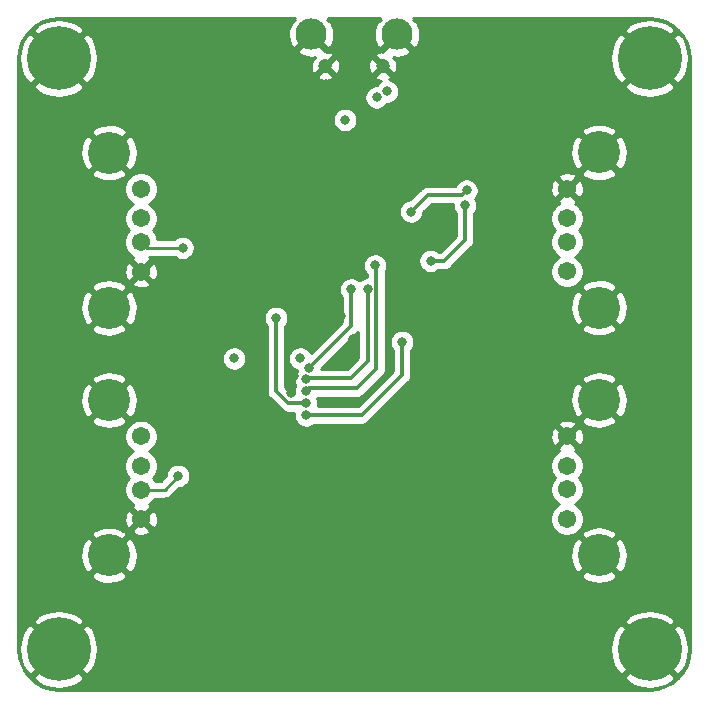
<source format=gbr>
%TF.GenerationSoftware,KiCad,Pcbnew,(5.1.10)-1*%
%TF.CreationDate,2021-08-09T12:49:03+02:00*%
%TF.ProjectId,hub,6875622e-6b69-4636-9164-5f7063625858,rev?*%
%TF.SameCoordinates,Original*%
%TF.FileFunction,Copper,L4,Bot*%
%TF.FilePolarity,Positive*%
%FSLAX46Y46*%
G04 Gerber Fmt 4.6, Leading zero omitted, Abs format (unit mm)*
G04 Created by KiCad (PCBNEW (5.1.10)-1) date 2021-08-09 12:49:03*
%MOMM*%
%LPD*%
G01*
G04 APERTURE LIST*
%TA.AperFunction,ComponentPad*%
%ADD10C,0.800000*%
%TD*%
%TA.AperFunction,ComponentPad*%
%ADD11C,5.400000*%
%TD*%
%TA.AperFunction,ComponentPad*%
%ADD12C,3.570000*%
%TD*%
%TA.AperFunction,ComponentPad*%
%ADD13C,1.545000*%
%TD*%
%TA.AperFunction,ComponentPad*%
%ADD14C,2.640000*%
%TD*%
%TA.AperFunction,ComponentPad*%
%ADD15C,1.200000*%
%TD*%
%TA.AperFunction,ViaPad*%
%ADD16C,0.800000*%
%TD*%
%TA.AperFunction,Conductor*%
%ADD17C,0.300000*%
%TD*%
%TA.AperFunction,Conductor*%
%ADD18C,0.250000*%
%TD*%
%TA.AperFunction,Conductor*%
%ADD19C,0.254000*%
%TD*%
%TA.AperFunction,Conductor*%
%ADD20C,0.100000*%
%TD*%
G04 APERTURE END LIST*
D10*
%TO.P,H4,1*%
%TO.N,GND*%
X190788891Y-53305109D03*
X189357000Y-52712000D03*
X187925109Y-53305109D03*
X187332000Y-54737000D03*
X187925109Y-56168891D03*
X189357000Y-56762000D03*
X190788891Y-56168891D03*
X191382000Y-54737000D03*
D11*
X189357000Y-54737000D03*
%TD*%
D10*
%TO.P,H3,1*%
%TO.N,GND*%
X140750891Y-53305109D03*
X139319000Y-52712000D03*
X137887109Y-53305109D03*
X137294000Y-54737000D03*
X137887109Y-56168891D03*
X139319000Y-56762000D03*
X140750891Y-56168891D03*
X141344000Y-54737000D03*
D11*
X139319000Y-54737000D03*
%TD*%
D10*
%TO.P,H2,1*%
%TO.N,GND*%
X140750891Y-103343109D03*
X139319000Y-102750000D03*
X137887109Y-103343109D03*
X137294000Y-104775000D03*
X137887109Y-106206891D03*
X139319000Y-106800000D03*
X140750891Y-106206891D03*
X141344000Y-104775000D03*
D11*
X139319000Y-104775000D03*
%TD*%
D10*
%TO.P,H1,1*%
%TO.N,GND*%
X190788891Y-103343109D03*
X189357000Y-102750000D03*
X187925109Y-103343109D03*
X187332000Y-104775000D03*
X187925109Y-106206891D03*
X189357000Y-106800000D03*
X190788891Y-106206891D03*
X191382000Y-104775000D03*
D11*
X189357000Y-104775000D03*
%TD*%
D12*
%TO.P,J5,5*%
%TO.N,GND*%
X185082000Y-62701000D03*
X185082000Y-75841000D03*
D13*
%TO.P,J5,4*%
X182372000Y-65771000D03*
%TO.P,J5,3*%
%TO.N,/D3_P*%
X182372000Y-68271000D03*
%TO.P,J5,2*%
%TO.N,/D3_N*%
X182372000Y-70271000D03*
%TO.P,J5,1*%
%TO.N,+5V*%
X182372000Y-72771000D03*
%TD*%
D12*
%TO.P,J4,5*%
%TO.N,GND*%
X185082000Y-83656000D03*
X185082000Y-96796000D03*
D13*
%TO.P,J4,4*%
X182372000Y-86726000D03*
%TO.P,J4,3*%
%TO.N,/D4_P*%
X182372000Y-89226000D03*
%TO.P,J4,2*%
%TO.N,/D4_N*%
X182372000Y-91226000D03*
%TO.P,J4,1*%
%TO.N,+5V*%
X182372000Y-93726000D03*
%TD*%
D12*
%TO.P,J3,5*%
%TO.N,GND*%
X143594000Y-96811000D03*
X143594000Y-83671000D03*
D13*
%TO.P,J3,4*%
X146304000Y-93741000D03*
%TO.P,J3,3*%
%TO.N,/D2_P*%
X146304000Y-91241000D03*
%TO.P,J3,2*%
%TO.N,/D2_N*%
X146304000Y-89241000D03*
%TO.P,J3,1*%
%TO.N,+5V*%
X146304000Y-86741000D03*
%TD*%
D12*
%TO.P,J2,5*%
%TO.N,GND*%
X143594000Y-75856000D03*
X143594000Y-62716000D03*
D13*
%TO.P,J2,4*%
X146304000Y-72786000D03*
%TO.P,J2,3*%
%TO.N,/D1_P*%
X146304000Y-70286000D03*
%TO.P,J2,2*%
%TO.N,/D1_N*%
X146304000Y-68286000D03*
%TO.P,J2,1*%
%TO.N,+5V*%
X146304000Y-65786000D03*
%TD*%
D14*
%TO.P,J1,6*%
%TO.N,GND*%
X160713000Y-52705000D03*
%TO.P,J1,7*%
X167963000Y-52705000D03*
D15*
%TO.P,J1,8*%
X161913000Y-55385000D03*
%TO.P,J1,9*%
X166763000Y-55385000D03*
%TD*%
D16*
%TO.N,GND*%
X154940000Y-78740000D03*
X154940000Y-77851000D03*
X159258000Y-81661000D03*
X159004000Y-83058000D03*
X155702000Y-83312000D03*
X158496000Y-88900000D03*
X161925000Y-89154000D03*
X166497000Y-86614000D03*
X167894000Y-85979000D03*
X173482000Y-76327000D03*
X173609000Y-77978000D03*
X170942000Y-61468000D03*
X169037000Y-63246000D03*
X156972000Y-58420000D03*
X161925000Y-56896000D03*
X162814000Y-57658000D03*
X168529000Y-73025000D03*
X167640000Y-72009000D03*
X162306000Y-72771000D03*
X161417000Y-74168000D03*
X163195000Y-76581000D03*
X162687000Y-86614000D03*
X164211000Y-78486000D03*
%TO.N,+5V*%
X154178000Y-80137000D03*
X159766000Y-80137000D03*
X167132000Y-57531000D03*
X166243000Y-58039000D03*
X163576000Y-59944000D03*
%TO.N,+3V3*%
X160274000Y-83947000D03*
X157734000Y-76708000D03*
%TO.N,+1V8*%
X160274000Y-84963000D03*
X168402000Y-78740000D03*
%TO.N,Net-(D2-Pad2)*%
X169164000Y-67703000D03*
X173863000Y-65913000D03*
%TO.N,/DRV*%
X160513410Y-80944081D03*
X164084000Y-74295000D03*
%TO.N,Net-(D4-Pad2)*%
X173736000Y-67183000D03*
X170815000Y-71882000D03*
%TO.N,/LED_1*%
X165481000Y-74295000D03*
X160274000Y-81915000D03*
%TO.N,/LED_2*%
X166116000Y-72263000D03*
X160274000Y-82931000D03*
%TO.N,/D1_P*%
X149821153Y-70777847D03*
%TO.N,/D2_P*%
X149450683Y-90079698D03*
%TD*%
D17*
%TO.N,+3V3*%
X160274000Y-83947000D02*
X158782998Y-83947000D01*
X157734000Y-82898002D02*
X157734000Y-76708000D01*
X158782998Y-83947000D02*
X157734000Y-82898002D01*
%TO.N,+1V8*%
X160274000Y-84963000D02*
X164973000Y-84963000D01*
X164973000Y-84963000D02*
X166243000Y-83693000D01*
X168402000Y-81534000D02*
X168402000Y-78740000D01*
X166243000Y-83693000D02*
X168402000Y-81534000D01*
%TO.N,Net-(D2-Pad2)*%
X169164000Y-67703000D02*
X170573000Y-66294000D01*
X173482000Y-66294000D02*
X173863000Y-65913000D01*
X170573000Y-66294000D02*
X173482000Y-66294000D01*
%TO.N,/DRV*%
X164084000Y-77373491D02*
X164084000Y-74295000D01*
X160513410Y-80944081D02*
X164084000Y-77373491D01*
%TO.N,Net-(D4-Pad2)*%
X173736000Y-67183000D02*
X173736000Y-70104000D01*
X171958000Y-71882000D02*
X170815000Y-71882000D01*
X173736000Y-70104000D02*
X171958000Y-71882000D01*
%TO.N,/LED_1*%
X160401000Y-81788000D02*
X160274000Y-81915000D01*
X164084000Y-81788000D02*
X160401000Y-81788000D01*
X165481000Y-80391000D02*
X164084000Y-81788000D01*
X165481000Y-74295000D02*
X165481000Y-80391000D01*
%TO.N,/LED_2*%
X166231001Y-72378001D02*
X166116000Y-72263000D01*
X166231001Y-81037999D02*
X166231001Y-72378001D01*
X164592000Y-82677000D02*
X166231001Y-81037999D01*
X160528000Y-82677000D02*
X160274000Y-82931000D01*
X164592000Y-82677000D02*
X160528000Y-82677000D01*
D18*
%TO.N,/D1_P*%
X146795847Y-70777847D02*
X146304000Y-70286000D01*
X149821153Y-70777847D02*
X146795847Y-70777847D01*
%TO.N,/D2_P*%
X148289381Y-91241000D02*
X146304000Y-91241000D01*
X149450683Y-90079698D02*
X148289381Y-91241000D01*
%TD*%
D19*
%TO.N,GND*%
X159234548Y-51406156D02*
X159349529Y-51521137D01*
X159052394Y-51655480D01*
X158879551Y-51999614D01*
X158777166Y-52370857D01*
X158749175Y-52754940D01*
X158796652Y-53137104D01*
X158917773Y-53502662D01*
X159052394Y-53754520D01*
X159349531Y-53888864D01*
X160533395Y-52705000D01*
X160519253Y-52690858D01*
X160698858Y-52511253D01*
X160713000Y-52525395D01*
X160727143Y-52511253D01*
X160906748Y-52690858D01*
X160892605Y-52705000D01*
X162076469Y-53888864D01*
X162373606Y-53754520D01*
X162546449Y-53410386D01*
X162648834Y-53039143D01*
X162676825Y-52655060D01*
X162629348Y-52272896D01*
X162508227Y-51907338D01*
X162373606Y-51655480D01*
X162076471Y-51521137D01*
X162191452Y-51406156D01*
X162118296Y-51333000D01*
X166557704Y-51333000D01*
X166484548Y-51406156D01*
X166599529Y-51521137D01*
X166302394Y-51655480D01*
X166129551Y-51999614D01*
X166027166Y-52370857D01*
X165999175Y-52754940D01*
X166046652Y-53137104D01*
X166167773Y-53502662D01*
X166302394Y-53754520D01*
X166599531Y-53888864D01*
X167783395Y-52705000D01*
X167769253Y-52690858D01*
X167948858Y-52511253D01*
X167963000Y-52525395D01*
X167977143Y-52511253D01*
X168156748Y-52690858D01*
X168142605Y-52705000D01*
X169326469Y-53888864D01*
X169623606Y-53754520D01*
X169796449Y-53410386D01*
X169898834Y-53039143D01*
X169926825Y-52655060D01*
X169894099Y-52391626D01*
X187191231Y-52391626D01*
X189357000Y-54557395D01*
X191522769Y-52391626D01*
X191222589Y-51953172D01*
X190643644Y-51642704D01*
X190015254Y-51451148D01*
X189361569Y-51385866D01*
X188707707Y-51449366D01*
X188078797Y-51639208D01*
X187499008Y-51948096D01*
X187491411Y-51953172D01*
X187191231Y-52391626D01*
X169894099Y-52391626D01*
X169879348Y-52272896D01*
X169758227Y-51907338D01*
X169623606Y-51655480D01*
X169326471Y-51521137D01*
X169441452Y-51406156D01*
X169368296Y-51333000D01*
X189324721Y-51333000D01*
X190017558Y-51400933D01*
X190652960Y-51592772D01*
X191238994Y-51904373D01*
X191753347Y-52323870D01*
X192176419Y-52835275D01*
X192492104Y-53419123D01*
X192688375Y-54053170D01*
X192761000Y-54744155D01*
X192761001Y-104742712D01*
X192693067Y-105435558D01*
X192501228Y-106070958D01*
X192189630Y-106656991D01*
X191770130Y-107171347D01*
X191258725Y-107594419D01*
X190674878Y-107910103D01*
X190040830Y-108106375D01*
X189349845Y-108179000D01*
X139351278Y-108179000D01*
X138658442Y-108111067D01*
X138023042Y-107919228D01*
X137437009Y-107607630D01*
X136922653Y-107188130D01*
X136866601Y-107120374D01*
X137153231Y-107120374D01*
X137453411Y-107558828D01*
X138032356Y-107869296D01*
X138660746Y-108060852D01*
X139314431Y-108126134D01*
X139968293Y-108062634D01*
X140597203Y-107872792D01*
X141176992Y-107563904D01*
X141184589Y-107558828D01*
X141484769Y-107120374D01*
X187191231Y-107120374D01*
X187491411Y-107558828D01*
X188070356Y-107869296D01*
X188698746Y-108060852D01*
X189352431Y-108126134D01*
X190006293Y-108062634D01*
X190635203Y-107872792D01*
X191214992Y-107563904D01*
X191222589Y-107558828D01*
X191522769Y-107120374D01*
X189357000Y-104954605D01*
X187191231Y-107120374D01*
X141484769Y-107120374D01*
X139319000Y-104954605D01*
X137153231Y-107120374D01*
X136866601Y-107120374D01*
X136499581Y-106676725D01*
X136183897Y-106092878D01*
X135987625Y-105458830D01*
X135915272Y-104770431D01*
X135967866Y-104770431D01*
X136031366Y-105424293D01*
X136221208Y-106053203D01*
X136530096Y-106632992D01*
X136535172Y-106640589D01*
X136973626Y-106940769D01*
X139139395Y-104775000D01*
X139498605Y-104775000D01*
X141664374Y-106940769D01*
X142102828Y-106640589D01*
X142413296Y-106061644D01*
X142604852Y-105433254D01*
X142670134Y-104779569D01*
X142669247Y-104770431D01*
X186005866Y-104770431D01*
X186069366Y-105424293D01*
X186259208Y-106053203D01*
X186568096Y-106632992D01*
X186573172Y-106640589D01*
X187011626Y-106940769D01*
X189177395Y-104775000D01*
X189536605Y-104775000D01*
X191702374Y-106940769D01*
X192140828Y-106640589D01*
X192451296Y-106061644D01*
X192642852Y-105433254D01*
X192708134Y-104779569D01*
X192644634Y-104125707D01*
X192454792Y-103496797D01*
X192145904Y-102917008D01*
X192140828Y-102909411D01*
X191702374Y-102609231D01*
X189536605Y-104775000D01*
X189177395Y-104775000D01*
X187011626Y-102609231D01*
X186573172Y-102909411D01*
X186262704Y-103488356D01*
X186071148Y-104116746D01*
X186005866Y-104770431D01*
X142669247Y-104770431D01*
X142606634Y-104125707D01*
X142416792Y-103496797D01*
X142107904Y-102917008D01*
X142102828Y-102909411D01*
X141664374Y-102609231D01*
X139498605Y-104775000D01*
X139139395Y-104775000D01*
X136973626Y-102609231D01*
X136535172Y-102909411D01*
X136224704Y-103488356D01*
X136033148Y-104116746D01*
X135967866Y-104770431D01*
X135915272Y-104770431D01*
X135915000Y-104767845D01*
X135915000Y-102429626D01*
X137153231Y-102429626D01*
X139319000Y-104595395D01*
X141484769Y-102429626D01*
X187191231Y-102429626D01*
X189357000Y-104595395D01*
X191522769Y-102429626D01*
X191222589Y-101991172D01*
X190643644Y-101680704D01*
X190015254Y-101489148D01*
X189361569Y-101423866D01*
X188707707Y-101487366D01*
X188078797Y-101677208D01*
X187499008Y-101986096D01*
X187491411Y-101991172D01*
X187191231Y-102429626D01*
X141484769Y-102429626D01*
X141184589Y-101991172D01*
X140605644Y-101680704D01*
X139977254Y-101489148D01*
X139323569Y-101423866D01*
X138669707Y-101487366D01*
X138040797Y-101677208D01*
X137461008Y-101986096D01*
X137453411Y-101991172D01*
X137153231Y-102429626D01*
X135915000Y-102429626D01*
X135915000Y-98505516D01*
X142079089Y-98505516D01*
X142269373Y-98850257D01*
X142692665Y-99069495D01*
X143150595Y-99201940D01*
X143625564Y-99242503D01*
X144099320Y-99189624D01*
X144553656Y-99045337D01*
X144918627Y-98850257D01*
X145108911Y-98505516D01*
X145093911Y-98490516D01*
X183567089Y-98490516D01*
X183757373Y-98835257D01*
X184180665Y-99054495D01*
X184638595Y-99186940D01*
X185113564Y-99227503D01*
X185587320Y-99174624D01*
X186041656Y-99030337D01*
X186406627Y-98835257D01*
X186596911Y-98490516D01*
X185082000Y-96975605D01*
X183567089Y-98490516D01*
X145093911Y-98490516D01*
X143594000Y-96990605D01*
X142079089Y-98505516D01*
X135915000Y-98505516D01*
X135915000Y-96842564D01*
X141162497Y-96842564D01*
X141215376Y-97316320D01*
X141359663Y-97770656D01*
X141554743Y-98135627D01*
X141899484Y-98325911D01*
X143414395Y-96811000D01*
X143773605Y-96811000D01*
X145288516Y-98325911D01*
X145633257Y-98135627D01*
X145852495Y-97712335D01*
X145984940Y-97254405D01*
X146021392Y-96827564D01*
X182650497Y-96827564D01*
X182703376Y-97301320D01*
X182847663Y-97755656D01*
X183042743Y-98120627D01*
X183387484Y-98310911D01*
X184902395Y-96796000D01*
X185261605Y-96796000D01*
X186776516Y-98310911D01*
X187121257Y-98120627D01*
X187340495Y-97697335D01*
X187472940Y-97239405D01*
X187513503Y-96764436D01*
X187460624Y-96290680D01*
X187316337Y-95836344D01*
X187121257Y-95471373D01*
X186776516Y-95281089D01*
X185261605Y-96796000D01*
X184902395Y-96796000D01*
X183387484Y-95281089D01*
X183042743Y-95471373D01*
X182823505Y-95894665D01*
X182691060Y-96352595D01*
X182650497Y-96827564D01*
X146021392Y-96827564D01*
X146025503Y-96779436D01*
X145972624Y-96305680D01*
X145828337Y-95851344D01*
X145633257Y-95486373D01*
X145288516Y-95296089D01*
X143773605Y-96811000D01*
X143414395Y-96811000D01*
X141899484Y-95296089D01*
X141554743Y-95486373D01*
X141335505Y-95909665D01*
X141203060Y-96367595D01*
X141162497Y-96842564D01*
X135915000Y-96842564D01*
X135915000Y-95116484D01*
X142079089Y-95116484D01*
X143594000Y-96631395D01*
X145108911Y-95116484D01*
X144918627Y-94771743D01*
X144807264Y-94714064D01*
X145510541Y-94714064D01*
X145578793Y-94955227D01*
X145829611Y-95073377D01*
X146098660Y-95140324D01*
X146375600Y-95153496D01*
X146649788Y-95112387D01*
X146910688Y-95018576D01*
X147029207Y-94955227D01*
X147097459Y-94714064D01*
X146304000Y-93920605D01*
X145510541Y-94714064D01*
X144807264Y-94714064D01*
X144495335Y-94552505D01*
X144037405Y-94420060D01*
X143562436Y-94379497D01*
X143088680Y-94432376D01*
X142634344Y-94576663D01*
X142269373Y-94771743D01*
X142079089Y-95116484D01*
X135915000Y-95116484D01*
X135915000Y-93812600D01*
X144891504Y-93812600D01*
X144932613Y-94086788D01*
X145026424Y-94347688D01*
X145089773Y-94466207D01*
X145330936Y-94534459D01*
X146124395Y-93741000D01*
X146483605Y-93741000D01*
X147277064Y-94534459D01*
X147518227Y-94466207D01*
X147636377Y-94215389D01*
X147703324Y-93946340D01*
X147716496Y-93669400D01*
X147675387Y-93395212D01*
X147581576Y-93134312D01*
X147518227Y-93015793D01*
X147277064Y-92947541D01*
X146483605Y-93741000D01*
X146124395Y-93741000D01*
X145330936Y-92947541D01*
X145089773Y-93015793D01*
X144971623Y-93266611D01*
X144904676Y-93535660D01*
X144891504Y-93812600D01*
X135915000Y-93812600D01*
X135915000Y-86602373D01*
X144896500Y-86602373D01*
X144896500Y-86879627D01*
X144950590Y-87151553D01*
X145056690Y-87407701D01*
X145210724Y-87638229D01*
X145406771Y-87834276D01*
X145637299Y-87988310D01*
X145643793Y-87991000D01*
X145637299Y-87993690D01*
X145406771Y-88147724D01*
X145210724Y-88343771D01*
X145056690Y-88574299D01*
X144950590Y-88830447D01*
X144896500Y-89102373D01*
X144896500Y-89379627D01*
X144950590Y-89651553D01*
X145056690Y-89907701D01*
X145210724Y-90138229D01*
X145313495Y-90241000D01*
X145210724Y-90343771D01*
X145056690Y-90574299D01*
X144950590Y-90830447D01*
X144896500Y-91102373D01*
X144896500Y-91379627D01*
X144950590Y-91651553D01*
X145056690Y-91907701D01*
X145210724Y-92138229D01*
X145406771Y-92334276D01*
X145637299Y-92488310D01*
X145644879Y-92491450D01*
X145578793Y-92526773D01*
X145510541Y-92767936D01*
X146304000Y-93561395D01*
X147097459Y-92767936D01*
X147029207Y-92526773D01*
X146958385Y-92493412D01*
X146970701Y-92488310D01*
X147201229Y-92334276D01*
X147397276Y-92138229D01*
X147488970Y-92001000D01*
X148252059Y-92001000D01*
X148289381Y-92004676D01*
X148326703Y-92001000D01*
X148326714Y-92001000D01*
X148438367Y-91990003D01*
X148581628Y-91946546D01*
X148713657Y-91875974D01*
X148829382Y-91781001D01*
X148853185Y-91751997D01*
X149490485Y-91114698D01*
X149552622Y-91114698D01*
X149752581Y-91074924D01*
X149940939Y-90996903D01*
X150110457Y-90883635D01*
X150254620Y-90739472D01*
X150367888Y-90569954D01*
X150445909Y-90381596D01*
X150485683Y-90181637D01*
X150485683Y-89977759D01*
X150445909Y-89777800D01*
X150367888Y-89589442D01*
X150254620Y-89419924D01*
X150110457Y-89275761D01*
X149940939Y-89162493D01*
X149759585Y-89087373D01*
X180964500Y-89087373D01*
X180964500Y-89364627D01*
X181018590Y-89636553D01*
X181124690Y-89892701D01*
X181278724Y-90123229D01*
X181381495Y-90226000D01*
X181278724Y-90328771D01*
X181124690Y-90559299D01*
X181018590Y-90815447D01*
X180964500Y-91087373D01*
X180964500Y-91364627D01*
X181018590Y-91636553D01*
X181124690Y-91892701D01*
X181278724Y-92123229D01*
X181474771Y-92319276D01*
X181705299Y-92473310D01*
X181711793Y-92476000D01*
X181705299Y-92478690D01*
X181474771Y-92632724D01*
X181278724Y-92828771D01*
X181124690Y-93059299D01*
X181018590Y-93315447D01*
X180964500Y-93587373D01*
X180964500Y-93864627D01*
X181018590Y-94136553D01*
X181124690Y-94392701D01*
X181278724Y-94623229D01*
X181474771Y-94819276D01*
X181705299Y-94973310D01*
X181961447Y-95079410D01*
X182233373Y-95133500D01*
X182510627Y-95133500D01*
X182671580Y-95101484D01*
X183567089Y-95101484D01*
X185082000Y-96616395D01*
X186596911Y-95101484D01*
X186406627Y-94756743D01*
X185983335Y-94537505D01*
X185525405Y-94405060D01*
X185050436Y-94364497D01*
X184576680Y-94417376D01*
X184122344Y-94561663D01*
X183757373Y-94756743D01*
X183567089Y-95101484D01*
X182671580Y-95101484D01*
X182782553Y-95079410D01*
X183038701Y-94973310D01*
X183269229Y-94819276D01*
X183465276Y-94623229D01*
X183619310Y-94392701D01*
X183725410Y-94136553D01*
X183779500Y-93864627D01*
X183779500Y-93587373D01*
X183725410Y-93315447D01*
X183619310Y-93059299D01*
X183465276Y-92828771D01*
X183269229Y-92632724D01*
X183038701Y-92478690D01*
X183032207Y-92476000D01*
X183038701Y-92473310D01*
X183269229Y-92319276D01*
X183465276Y-92123229D01*
X183619310Y-91892701D01*
X183725410Y-91636553D01*
X183779500Y-91364627D01*
X183779500Y-91087373D01*
X183725410Y-90815447D01*
X183619310Y-90559299D01*
X183465276Y-90328771D01*
X183362505Y-90226000D01*
X183465276Y-90123229D01*
X183619310Y-89892701D01*
X183725410Y-89636553D01*
X183779500Y-89364627D01*
X183779500Y-89087373D01*
X183725410Y-88815447D01*
X183619310Y-88559299D01*
X183465276Y-88328771D01*
X183269229Y-88132724D01*
X183038701Y-87978690D01*
X183031121Y-87975550D01*
X183097207Y-87940227D01*
X183165459Y-87699064D01*
X182372000Y-86905605D01*
X181578541Y-87699064D01*
X181646793Y-87940227D01*
X181717615Y-87973588D01*
X181705299Y-87978690D01*
X181474771Y-88132724D01*
X181278724Y-88328771D01*
X181124690Y-88559299D01*
X181018590Y-88815447D01*
X180964500Y-89087373D01*
X149759585Y-89087373D01*
X149752581Y-89084472D01*
X149552622Y-89044698D01*
X149348744Y-89044698D01*
X149148785Y-89084472D01*
X148960427Y-89162493D01*
X148790909Y-89275761D01*
X148646746Y-89419924D01*
X148533478Y-89589442D01*
X148455457Y-89777800D01*
X148415683Y-89977759D01*
X148415683Y-90039896D01*
X147974580Y-90481000D01*
X147488970Y-90481000D01*
X147397276Y-90343771D01*
X147294505Y-90241000D01*
X147397276Y-90138229D01*
X147551310Y-89907701D01*
X147657410Y-89651553D01*
X147711500Y-89379627D01*
X147711500Y-89102373D01*
X147657410Y-88830447D01*
X147551310Y-88574299D01*
X147397276Y-88343771D01*
X147201229Y-88147724D01*
X146970701Y-87993690D01*
X146964207Y-87991000D01*
X146970701Y-87988310D01*
X147201229Y-87834276D01*
X147397276Y-87638229D01*
X147551310Y-87407701D01*
X147657410Y-87151553D01*
X147711500Y-86879627D01*
X147711500Y-86797600D01*
X180959504Y-86797600D01*
X181000613Y-87071788D01*
X181094424Y-87332688D01*
X181157773Y-87451207D01*
X181398936Y-87519459D01*
X182192395Y-86726000D01*
X182551605Y-86726000D01*
X183345064Y-87519459D01*
X183586227Y-87451207D01*
X183704377Y-87200389D01*
X183771324Y-86931340D01*
X183784496Y-86654400D01*
X183743387Y-86380212D01*
X183649576Y-86119312D01*
X183586227Y-86000793D01*
X183345064Y-85932541D01*
X182551605Y-86726000D01*
X182192395Y-86726000D01*
X181398936Y-85932541D01*
X181157773Y-86000793D01*
X181039623Y-86251611D01*
X180972676Y-86520660D01*
X180959504Y-86797600D01*
X147711500Y-86797600D01*
X147711500Y-86602373D01*
X147657410Y-86330447D01*
X147551310Y-86074299D01*
X147397276Y-85843771D01*
X147201229Y-85647724D01*
X146970701Y-85493690D01*
X146714553Y-85387590D01*
X146442627Y-85333500D01*
X146165373Y-85333500D01*
X145893447Y-85387590D01*
X145637299Y-85493690D01*
X145406771Y-85647724D01*
X145210724Y-85843771D01*
X145056690Y-86074299D01*
X144950590Y-86330447D01*
X144896500Y-86602373D01*
X135915000Y-86602373D01*
X135915000Y-85365516D01*
X142079089Y-85365516D01*
X142269373Y-85710257D01*
X142692665Y-85929495D01*
X143150595Y-86061940D01*
X143625564Y-86102503D01*
X144099320Y-86049624D01*
X144553656Y-85905337D01*
X144918627Y-85710257D01*
X145108911Y-85365516D01*
X143594000Y-83850605D01*
X142079089Y-85365516D01*
X135915000Y-85365516D01*
X135915000Y-83702564D01*
X141162497Y-83702564D01*
X141215376Y-84176320D01*
X141359663Y-84630656D01*
X141554743Y-84995627D01*
X141899484Y-85185911D01*
X143414395Y-83671000D01*
X143773605Y-83671000D01*
X145288516Y-85185911D01*
X145633257Y-84995627D01*
X145852495Y-84572335D01*
X145984940Y-84114405D01*
X146025503Y-83639436D01*
X145972624Y-83165680D01*
X145828337Y-82711344D01*
X145633257Y-82346373D01*
X145288516Y-82156089D01*
X143773605Y-83671000D01*
X143414395Y-83671000D01*
X141899484Y-82156089D01*
X141554743Y-82346373D01*
X141335505Y-82769665D01*
X141203060Y-83227595D01*
X141162497Y-83702564D01*
X135915000Y-83702564D01*
X135915000Y-81976484D01*
X142079089Y-81976484D01*
X143594000Y-83491395D01*
X145108911Y-81976484D01*
X144918627Y-81631743D01*
X144495335Y-81412505D01*
X144037405Y-81280060D01*
X143562436Y-81239497D01*
X143088680Y-81292376D01*
X142634344Y-81436663D01*
X142269373Y-81631743D01*
X142079089Y-81976484D01*
X135915000Y-81976484D01*
X135915000Y-80035061D01*
X153143000Y-80035061D01*
X153143000Y-80238939D01*
X153182774Y-80438898D01*
X153260795Y-80627256D01*
X153374063Y-80796774D01*
X153518226Y-80940937D01*
X153687744Y-81054205D01*
X153876102Y-81132226D01*
X154076061Y-81172000D01*
X154279939Y-81172000D01*
X154479898Y-81132226D01*
X154668256Y-81054205D01*
X154837774Y-80940937D01*
X154981937Y-80796774D01*
X155095205Y-80627256D01*
X155173226Y-80438898D01*
X155213000Y-80238939D01*
X155213000Y-80035061D01*
X155173226Y-79835102D01*
X155095205Y-79646744D01*
X154981937Y-79477226D01*
X154837774Y-79333063D01*
X154668256Y-79219795D01*
X154479898Y-79141774D01*
X154279939Y-79102000D01*
X154076061Y-79102000D01*
X153876102Y-79141774D01*
X153687744Y-79219795D01*
X153518226Y-79333063D01*
X153374063Y-79477226D01*
X153260795Y-79646744D01*
X153182774Y-79835102D01*
X153143000Y-80035061D01*
X135915000Y-80035061D01*
X135915000Y-77550516D01*
X142079089Y-77550516D01*
X142269373Y-77895257D01*
X142692665Y-78114495D01*
X143150595Y-78246940D01*
X143625564Y-78287503D01*
X144099320Y-78234624D01*
X144553656Y-78090337D01*
X144918627Y-77895257D01*
X145108911Y-77550516D01*
X143594000Y-76035605D01*
X142079089Y-77550516D01*
X135915000Y-77550516D01*
X135915000Y-75887564D01*
X141162497Y-75887564D01*
X141215376Y-76361320D01*
X141359663Y-76815656D01*
X141554743Y-77180627D01*
X141899484Y-77370911D01*
X143414395Y-75856000D01*
X143773605Y-75856000D01*
X145288516Y-77370911D01*
X145633257Y-77180627D01*
X145852495Y-76757335D01*
X145896247Y-76606061D01*
X156699000Y-76606061D01*
X156699000Y-76809939D01*
X156738774Y-77009898D01*
X156816795Y-77198256D01*
X156930063Y-77367774D01*
X156949001Y-77386712D01*
X156949000Y-82859449D01*
X156945203Y-82898002D01*
X156949000Y-82936555D01*
X156949000Y-82936562D01*
X156960359Y-83051888D01*
X157005246Y-83199861D01*
X157078138Y-83336234D01*
X157176236Y-83455766D01*
X157206190Y-83480349D01*
X158200655Y-84474815D01*
X158225234Y-84504764D01*
X158255182Y-84529342D01*
X158255185Y-84529345D01*
X158284557Y-84553450D01*
X158344765Y-84602862D01*
X158453726Y-84661102D01*
X158481138Y-84675754D01*
X158629110Y-84720641D01*
X158643488Y-84722057D01*
X158744437Y-84732000D01*
X158744444Y-84732000D01*
X158782997Y-84735797D01*
X158821550Y-84732000D01*
X159264672Y-84732000D01*
X159239000Y-84861061D01*
X159239000Y-85064939D01*
X159278774Y-85264898D01*
X159356795Y-85453256D01*
X159470063Y-85622774D01*
X159614226Y-85766937D01*
X159783744Y-85880205D01*
X159972102Y-85958226D01*
X160172061Y-85998000D01*
X160375939Y-85998000D01*
X160575898Y-85958226D01*
X160764256Y-85880205D01*
X160933774Y-85766937D01*
X160947775Y-85752936D01*
X181578541Y-85752936D01*
X182372000Y-86546395D01*
X183165459Y-85752936D01*
X183097207Y-85511773D01*
X182846389Y-85393623D01*
X182673150Y-85350516D01*
X183567089Y-85350516D01*
X183757373Y-85695257D01*
X184180665Y-85914495D01*
X184638595Y-86046940D01*
X185113564Y-86087503D01*
X185587320Y-86034624D01*
X186041656Y-85890337D01*
X186406627Y-85695257D01*
X186596911Y-85350516D01*
X185082000Y-83835605D01*
X183567089Y-85350516D01*
X182673150Y-85350516D01*
X182577340Y-85326676D01*
X182300400Y-85313504D01*
X182026212Y-85354613D01*
X181765312Y-85448424D01*
X181646793Y-85511773D01*
X181578541Y-85752936D01*
X160947775Y-85752936D01*
X160952711Y-85748000D01*
X164934447Y-85748000D01*
X164973000Y-85751797D01*
X165011553Y-85748000D01*
X165011561Y-85748000D01*
X165126887Y-85736641D01*
X165274860Y-85691754D01*
X165411233Y-85618862D01*
X165530764Y-85520764D01*
X165555347Y-85490810D01*
X166825345Y-84220813D01*
X166825349Y-84220808D01*
X167358593Y-83687564D01*
X182650497Y-83687564D01*
X182703376Y-84161320D01*
X182847663Y-84615656D01*
X183042743Y-84980627D01*
X183387484Y-85170911D01*
X184902395Y-83656000D01*
X185261605Y-83656000D01*
X186776516Y-85170911D01*
X187121257Y-84980627D01*
X187340495Y-84557335D01*
X187472940Y-84099405D01*
X187513503Y-83624436D01*
X187460624Y-83150680D01*
X187316337Y-82696344D01*
X187121257Y-82331373D01*
X186776516Y-82141089D01*
X185261605Y-83656000D01*
X184902395Y-83656000D01*
X183387484Y-82141089D01*
X183042743Y-82331373D01*
X182823505Y-82754665D01*
X182691060Y-83212595D01*
X182650497Y-83687564D01*
X167358593Y-83687564D01*
X168929817Y-82116341D01*
X168959764Y-82091764D01*
X169057862Y-81972233D01*
X169063607Y-81961484D01*
X183567089Y-81961484D01*
X185082000Y-83476395D01*
X186596911Y-81961484D01*
X186406627Y-81616743D01*
X185983335Y-81397505D01*
X185525405Y-81265060D01*
X185050436Y-81224497D01*
X184576680Y-81277376D01*
X184122344Y-81421663D01*
X183757373Y-81616743D01*
X183567089Y-81961484D01*
X169063607Y-81961484D01*
X169130754Y-81835860D01*
X169175641Y-81687887D01*
X169187000Y-81572561D01*
X169187000Y-81572554D01*
X169190797Y-81534001D01*
X169187000Y-81495448D01*
X169187000Y-79418711D01*
X169205937Y-79399774D01*
X169319205Y-79230256D01*
X169397226Y-79041898D01*
X169437000Y-78841939D01*
X169437000Y-78638061D01*
X169397226Y-78438102D01*
X169319205Y-78249744D01*
X169205937Y-78080226D01*
X169061774Y-77936063D01*
X168892256Y-77822795D01*
X168703898Y-77744774D01*
X168503939Y-77705000D01*
X168300061Y-77705000D01*
X168100102Y-77744774D01*
X167911744Y-77822795D01*
X167742226Y-77936063D01*
X167598063Y-78080226D01*
X167484795Y-78249744D01*
X167406774Y-78438102D01*
X167367000Y-78638061D01*
X167367000Y-78841939D01*
X167406774Y-79041898D01*
X167484795Y-79230256D01*
X167598063Y-79399774D01*
X167617001Y-79418712D01*
X167617000Y-81208842D01*
X165715192Y-83110651D01*
X165715187Y-83110655D01*
X164647843Y-84178000D01*
X161283328Y-84178000D01*
X161309000Y-84048939D01*
X161309000Y-83845061D01*
X161269226Y-83645102D01*
X161193382Y-83462000D01*
X164553447Y-83462000D01*
X164592000Y-83465797D01*
X164630553Y-83462000D01*
X164630561Y-83462000D01*
X164745887Y-83450641D01*
X164893860Y-83405754D01*
X165030233Y-83332862D01*
X165149764Y-83234764D01*
X165174347Y-83204810D01*
X166758818Y-81620340D01*
X166788765Y-81595763D01*
X166886863Y-81476232D01*
X166959755Y-81339859D01*
X167004642Y-81191886D01*
X167016001Y-81076560D01*
X167016001Y-81076553D01*
X167019798Y-81038000D01*
X167016001Y-80999447D01*
X167016001Y-77535516D01*
X183567089Y-77535516D01*
X183757373Y-77880257D01*
X184180665Y-78099495D01*
X184638595Y-78231940D01*
X185113564Y-78272503D01*
X185587320Y-78219624D01*
X186041656Y-78075337D01*
X186406627Y-77880257D01*
X186596911Y-77535516D01*
X185082000Y-76020605D01*
X183567089Y-77535516D01*
X167016001Y-77535516D01*
X167016001Y-75872564D01*
X182650497Y-75872564D01*
X182703376Y-76346320D01*
X182847663Y-76800656D01*
X183042743Y-77165627D01*
X183387484Y-77355911D01*
X184902395Y-75841000D01*
X185261605Y-75841000D01*
X186776516Y-77355911D01*
X187121257Y-77165627D01*
X187340495Y-76742335D01*
X187472940Y-76284405D01*
X187513503Y-75809436D01*
X187460624Y-75335680D01*
X187316337Y-74881344D01*
X187121257Y-74516373D01*
X186776516Y-74326089D01*
X185261605Y-75841000D01*
X184902395Y-75841000D01*
X183387484Y-74326089D01*
X183042743Y-74516373D01*
X182823505Y-74939665D01*
X182691060Y-75397595D01*
X182650497Y-75872564D01*
X167016001Y-75872564D01*
X167016001Y-72779004D01*
X167033205Y-72753256D01*
X167111226Y-72564898D01*
X167151000Y-72364939D01*
X167151000Y-72161061D01*
X167111226Y-71961102D01*
X167033205Y-71772744D01*
X166919937Y-71603226D01*
X166775774Y-71459063D01*
X166606256Y-71345795D01*
X166417898Y-71267774D01*
X166217939Y-71228000D01*
X166014061Y-71228000D01*
X165814102Y-71267774D01*
X165625744Y-71345795D01*
X165456226Y-71459063D01*
X165312063Y-71603226D01*
X165198795Y-71772744D01*
X165120774Y-71961102D01*
X165081000Y-72161061D01*
X165081000Y-72364939D01*
X165120774Y-72564898D01*
X165198795Y-72753256D01*
X165312063Y-72922774D01*
X165446002Y-73056713D01*
X165446002Y-73260000D01*
X165379061Y-73260000D01*
X165179102Y-73299774D01*
X164990744Y-73377795D01*
X164821226Y-73491063D01*
X164782500Y-73529789D01*
X164743774Y-73491063D01*
X164574256Y-73377795D01*
X164385898Y-73299774D01*
X164185939Y-73260000D01*
X163982061Y-73260000D01*
X163782102Y-73299774D01*
X163593744Y-73377795D01*
X163424226Y-73491063D01*
X163280063Y-73635226D01*
X163166795Y-73804744D01*
X163088774Y-73993102D01*
X163049000Y-74193061D01*
X163049000Y-74396939D01*
X163088774Y-74596898D01*
X163166795Y-74785256D01*
X163280063Y-74954774D01*
X163299001Y-74973712D01*
X163299000Y-77048334D01*
X160688297Y-79659037D01*
X160683205Y-79646744D01*
X160569937Y-79477226D01*
X160425774Y-79333063D01*
X160256256Y-79219795D01*
X160067898Y-79141774D01*
X159867939Y-79102000D01*
X159664061Y-79102000D01*
X159464102Y-79141774D01*
X159275744Y-79219795D01*
X159106226Y-79333063D01*
X158962063Y-79477226D01*
X158848795Y-79646744D01*
X158770774Y-79835102D01*
X158731000Y-80035061D01*
X158731000Y-80238939D01*
X158770774Y-80438898D01*
X158848795Y-80627256D01*
X158962063Y-80796774D01*
X159106226Y-80940937D01*
X159275744Y-81054205D01*
X159464102Y-81132226D01*
X159496853Y-81138741D01*
X159511734Y-81213555D01*
X159470063Y-81255226D01*
X159356795Y-81424744D01*
X159278774Y-81613102D01*
X159239000Y-81813061D01*
X159239000Y-82016939D01*
X159278774Y-82216898D01*
X159356795Y-82405256D01*
X159368651Y-82423000D01*
X159356795Y-82440744D01*
X159278774Y-82629102D01*
X159239000Y-82829061D01*
X159239000Y-83032939D01*
X159264672Y-83162000D01*
X159108156Y-83162000D01*
X158519000Y-82572845D01*
X158519000Y-77386711D01*
X158537937Y-77367774D01*
X158651205Y-77198256D01*
X158729226Y-77009898D01*
X158769000Y-76809939D01*
X158769000Y-76606061D01*
X158729226Y-76406102D01*
X158651205Y-76217744D01*
X158537937Y-76048226D01*
X158393774Y-75904063D01*
X158224256Y-75790795D01*
X158035898Y-75712774D01*
X157835939Y-75673000D01*
X157632061Y-75673000D01*
X157432102Y-75712774D01*
X157243744Y-75790795D01*
X157074226Y-75904063D01*
X156930063Y-76048226D01*
X156816795Y-76217744D01*
X156738774Y-76406102D01*
X156699000Y-76606061D01*
X145896247Y-76606061D01*
X145984940Y-76299405D01*
X146025503Y-75824436D01*
X145972624Y-75350680D01*
X145828337Y-74896344D01*
X145633257Y-74531373D01*
X145288516Y-74341089D01*
X143773605Y-75856000D01*
X143414395Y-75856000D01*
X141899484Y-74341089D01*
X141554743Y-74531373D01*
X141335505Y-74954665D01*
X141203060Y-75412595D01*
X141162497Y-75887564D01*
X135915000Y-75887564D01*
X135915000Y-74161484D01*
X142079089Y-74161484D01*
X143594000Y-75676395D01*
X145108911Y-74161484D01*
X144918627Y-73816743D01*
X144807264Y-73759064D01*
X145510541Y-73759064D01*
X145578793Y-74000227D01*
X145829611Y-74118377D01*
X146098660Y-74185324D01*
X146375600Y-74198496D01*
X146649788Y-74157387D01*
X146910688Y-74063576D01*
X147029207Y-74000227D01*
X147097459Y-73759064D01*
X146304000Y-72965605D01*
X145510541Y-73759064D01*
X144807264Y-73759064D01*
X144495335Y-73597505D01*
X144037405Y-73465060D01*
X143562436Y-73424497D01*
X143088680Y-73477376D01*
X142634344Y-73621663D01*
X142269373Y-73816743D01*
X142079089Y-74161484D01*
X135915000Y-74161484D01*
X135915000Y-72857600D01*
X144891504Y-72857600D01*
X144932613Y-73131788D01*
X145026424Y-73392688D01*
X145089773Y-73511207D01*
X145330936Y-73579459D01*
X146124395Y-72786000D01*
X146483605Y-72786000D01*
X147277064Y-73579459D01*
X147518227Y-73511207D01*
X147636377Y-73260389D01*
X147703324Y-72991340D01*
X147716496Y-72714400D01*
X147675387Y-72440212D01*
X147581576Y-72179312D01*
X147518227Y-72060793D01*
X147277064Y-71992541D01*
X146483605Y-72786000D01*
X146124395Y-72786000D01*
X145330936Y-71992541D01*
X145089773Y-72060793D01*
X144971623Y-72311611D01*
X144904676Y-72580660D01*
X144891504Y-72857600D01*
X135915000Y-72857600D01*
X135915000Y-65647373D01*
X144896500Y-65647373D01*
X144896500Y-65924627D01*
X144950590Y-66196553D01*
X145056690Y-66452701D01*
X145210724Y-66683229D01*
X145406771Y-66879276D01*
X145637299Y-67033310D01*
X145643793Y-67036000D01*
X145637299Y-67038690D01*
X145406771Y-67192724D01*
X145210724Y-67388771D01*
X145056690Y-67619299D01*
X144950590Y-67875447D01*
X144896500Y-68147373D01*
X144896500Y-68424627D01*
X144950590Y-68696553D01*
X145056690Y-68952701D01*
X145210724Y-69183229D01*
X145313495Y-69286000D01*
X145210724Y-69388771D01*
X145056690Y-69619299D01*
X144950590Y-69875447D01*
X144896500Y-70147373D01*
X144896500Y-70424627D01*
X144950590Y-70696553D01*
X145056690Y-70952701D01*
X145210724Y-71183229D01*
X145406771Y-71379276D01*
X145637299Y-71533310D01*
X145644879Y-71536450D01*
X145578793Y-71571773D01*
X145510541Y-71812936D01*
X146304000Y-72606395D01*
X147097459Y-71812936D01*
X147029207Y-71571773D01*
X146958385Y-71538412D01*
X146959748Y-71537847D01*
X149117442Y-71537847D01*
X149161379Y-71581784D01*
X149330897Y-71695052D01*
X149519255Y-71773073D01*
X149719214Y-71812847D01*
X149923092Y-71812847D01*
X150123051Y-71773073D01*
X150311409Y-71695052D01*
X150480927Y-71581784D01*
X150625090Y-71437621D01*
X150738358Y-71268103D01*
X150816379Y-71079745D01*
X150856153Y-70879786D01*
X150856153Y-70675908D01*
X150816379Y-70475949D01*
X150738358Y-70287591D01*
X150625090Y-70118073D01*
X150480927Y-69973910D01*
X150311409Y-69860642D01*
X150123051Y-69782621D01*
X149923092Y-69742847D01*
X149719214Y-69742847D01*
X149519255Y-69782621D01*
X149330897Y-69860642D01*
X149161379Y-69973910D01*
X149117442Y-70017847D01*
X147685735Y-70017847D01*
X147657410Y-69875447D01*
X147551310Y-69619299D01*
X147397276Y-69388771D01*
X147294505Y-69286000D01*
X147397276Y-69183229D01*
X147551310Y-68952701D01*
X147657410Y-68696553D01*
X147711500Y-68424627D01*
X147711500Y-68147373D01*
X147657410Y-67875447D01*
X147551310Y-67619299D01*
X147539124Y-67601061D01*
X168129000Y-67601061D01*
X168129000Y-67804939D01*
X168168774Y-68004898D01*
X168246795Y-68193256D01*
X168360063Y-68362774D01*
X168504226Y-68506937D01*
X168673744Y-68620205D01*
X168862102Y-68698226D01*
X169062061Y-68738000D01*
X169265939Y-68738000D01*
X169465898Y-68698226D01*
X169654256Y-68620205D01*
X169823774Y-68506937D01*
X169967937Y-68362774D01*
X170081205Y-68193256D01*
X170159226Y-68004898D01*
X170199000Y-67804939D01*
X170199000Y-67778157D01*
X170898158Y-67079000D01*
X172701410Y-67079000D01*
X172701000Y-67081061D01*
X172701000Y-67284939D01*
X172740774Y-67484898D01*
X172818795Y-67673256D01*
X172932063Y-67842774D01*
X172951000Y-67861711D01*
X172951001Y-69778842D01*
X171632843Y-71097000D01*
X171493711Y-71097000D01*
X171474774Y-71078063D01*
X171305256Y-70964795D01*
X171116898Y-70886774D01*
X170916939Y-70847000D01*
X170713061Y-70847000D01*
X170513102Y-70886774D01*
X170324744Y-70964795D01*
X170155226Y-71078063D01*
X170011063Y-71222226D01*
X169897795Y-71391744D01*
X169819774Y-71580102D01*
X169780000Y-71780061D01*
X169780000Y-71983939D01*
X169819774Y-72183898D01*
X169897795Y-72372256D01*
X170011063Y-72541774D01*
X170155226Y-72685937D01*
X170324744Y-72799205D01*
X170513102Y-72877226D01*
X170713061Y-72917000D01*
X170916939Y-72917000D01*
X171116898Y-72877226D01*
X171305256Y-72799205D01*
X171474774Y-72685937D01*
X171493711Y-72667000D01*
X171919447Y-72667000D01*
X171958000Y-72670797D01*
X171996553Y-72667000D01*
X171996561Y-72667000D01*
X172111887Y-72655641D01*
X172259860Y-72610754D01*
X172396233Y-72537862D01*
X172515764Y-72439764D01*
X172540347Y-72409810D01*
X174263810Y-70686347D01*
X174293764Y-70661764D01*
X174391862Y-70542233D01*
X174464754Y-70405860D01*
X174480616Y-70353571D01*
X174509642Y-70257887D01*
X174520969Y-70142873D01*
X174521000Y-70142561D01*
X174521000Y-70142556D01*
X174524797Y-70104000D01*
X174521000Y-70065444D01*
X174521000Y-68132373D01*
X180964500Y-68132373D01*
X180964500Y-68409627D01*
X181018590Y-68681553D01*
X181124690Y-68937701D01*
X181278724Y-69168229D01*
X181381495Y-69271000D01*
X181278724Y-69373771D01*
X181124690Y-69604299D01*
X181018590Y-69860447D01*
X180964500Y-70132373D01*
X180964500Y-70409627D01*
X181018590Y-70681553D01*
X181124690Y-70937701D01*
X181278724Y-71168229D01*
X181474771Y-71364276D01*
X181705299Y-71518310D01*
X181711793Y-71521000D01*
X181705299Y-71523690D01*
X181474771Y-71677724D01*
X181278724Y-71873771D01*
X181124690Y-72104299D01*
X181018590Y-72360447D01*
X180964500Y-72632373D01*
X180964500Y-72909627D01*
X181018590Y-73181553D01*
X181124690Y-73437701D01*
X181278724Y-73668229D01*
X181474771Y-73864276D01*
X181705299Y-74018310D01*
X181961447Y-74124410D01*
X182233373Y-74178500D01*
X182510627Y-74178500D01*
X182671580Y-74146484D01*
X183567089Y-74146484D01*
X185082000Y-75661395D01*
X186596911Y-74146484D01*
X186406627Y-73801743D01*
X185983335Y-73582505D01*
X185525405Y-73450060D01*
X185050436Y-73409497D01*
X184576680Y-73462376D01*
X184122344Y-73606663D01*
X183757373Y-73801743D01*
X183567089Y-74146484D01*
X182671580Y-74146484D01*
X182782553Y-74124410D01*
X183038701Y-74018310D01*
X183269229Y-73864276D01*
X183465276Y-73668229D01*
X183619310Y-73437701D01*
X183725410Y-73181553D01*
X183779500Y-72909627D01*
X183779500Y-72632373D01*
X183725410Y-72360447D01*
X183619310Y-72104299D01*
X183465276Y-71873771D01*
X183269229Y-71677724D01*
X183038701Y-71523690D01*
X183032207Y-71521000D01*
X183038701Y-71518310D01*
X183269229Y-71364276D01*
X183465276Y-71168229D01*
X183619310Y-70937701D01*
X183725410Y-70681553D01*
X183779500Y-70409627D01*
X183779500Y-70132373D01*
X183725410Y-69860447D01*
X183619310Y-69604299D01*
X183465276Y-69373771D01*
X183362505Y-69271000D01*
X183465276Y-69168229D01*
X183619310Y-68937701D01*
X183725410Y-68681553D01*
X183779500Y-68409627D01*
X183779500Y-68132373D01*
X183725410Y-67860447D01*
X183619310Y-67604299D01*
X183465276Y-67373771D01*
X183269229Y-67177724D01*
X183038701Y-67023690D01*
X183031121Y-67020550D01*
X183097207Y-66985227D01*
X183165459Y-66744064D01*
X182372000Y-65950605D01*
X181578541Y-66744064D01*
X181646793Y-66985227D01*
X181717615Y-67018588D01*
X181705299Y-67023690D01*
X181474771Y-67177724D01*
X181278724Y-67373771D01*
X181124690Y-67604299D01*
X181018590Y-67860447D01*
X180964500Y-68132373D01*
X174521000Y-68132373D01*
X174521000Y-67861711D01*
X174539937Y-67842774D01*
X174653205Y-67673256D01*
X174731226Y-67484898D01*
X174771000Y-67284939D01*
X174771000Y-67081061D01*
X174731226Y-66881102D01*
X174653205Y-66692744D01*
X174610652Y-66629059D01*
X174666937Y-66572774D01*
X174780205Y-66403256D01*
X174858226Y-66214898D01*
X174898000Y-66014939D01*
X174898000Y-65842600D01*
X180959504Y-65842600D01*
X181000613Y-66116788D01*
X181094424Y-66377688D01*
X181157773Y-66496207D01*
X181398936Y-66564459D01*
X182192395Y-65771000D01*
X182551605Y-65771000D01*
X183345064Y-66564459D01*
X183586227Y-66496207D01*
X183704377Y-66245389D01*
X183771324Y-65976340D01*
X183784496Y-65699400D01*
X183743387Y-65425212D01*
X183649576Y-65164312D01*
X183586227Y-65045793D01*
X183345064Y-64977541D01*
X182551605Y-65771000D01*
X182192395Y-65771000D01*
X181398936Y-64977541D01*
X181157773Y-65045793D01*
X181039623Y-65296611D01*
X180972676Y-65565660D01*
X180959504Y-65842600D01*
X174898000Y-65842600D01*
X174898000Y-65811061D01*
X174858226Y-65611102D01*
X174780205Y-65422744D01*
X174666937Y-65253226D01*
X174522774Y-65109063D01*
X174353256Y-64995795D01*
X174164898Y-64917774D01*
X173964939Y-64878000D01*
X173761061Y-64878000D01*
X173561102Y-64917774D01*
X173372744Y-64995795D01*
X173203226Y-65109063D01*
X173059063Y-65253226D01*
X172945795Y-65422744D01*
X172910066Y-65509000D01*
X170611556Y-65509000D01*
X170573000Y-65505203D01*
X170534444Y-65509000D01*
X170534439Y-65509000D01*
X170494026Y-65512980D01*
X170419113Y-65520358D01*
X170271140Y-65565246D01*
X170134767Y-65638138D01*
X170074559Y-65687550D01*
X170045187Y-65711655D01*
X170045184Y-65711658D01*
X170015236Y-65736236D01*
X169990658Y-65766184D01*
X169088843Y-66668000D01*
X169062061Y-66668000D01*
X168862102Y-66707774D01*
X168673744Y-66785795D01*
X168504226Y-66899063D01*
X168360063Y-67043226D01*
X168246795Y-67212744D01*
X168168774Y-67401102D01*
X168129000Y-67601061D01*
X147539124Y-67601061D01*
X147397276Y-67388771D01*
X147201229Y-67192724D01*
X146970701Y-67038690D01*
X146964207Y-67036000D01*
X146970701Y-67033310D01*
X147201229Y-66879276D01*
X147397276Y-66683229D01*
X147551310Y-66452701D01*
X147657410Y-66196553D01*
X147711500Y-65924627D01*
X147711500Y-65647373D01*
X147657410Y-65375447D01*
X147551310Y-65119299D01*
X147397276Y-64888771D01*
X147306441Y-64797936D01*
X181578541Y-64797936D01*
X182372000Y-65591395D01*
X183165459Y-64797936D01*
X183097207Y-64556773D01*
X182846389Y-64438623D01*
X182673150Y-64395516D01*
X183567089Y-64395516D01*
X183757373Y-64740257D01*
X184180665Y-64959495D01*
X184638595Y-65091940D01*
X185113564Y-65132503D01*
X185587320Y-65079624D01*
X186041656Y-64935337D01*
X186406627Y-64740257D01*
X186596911Y-64395516D01*
X185082000Y-62880605D01*
X183567089Y-64395516D01*
X182673150Y-64395516D01*
X182577340Y-64371676D01*
X182300400Y-64358504D01*
X182026212Y-64399613D01*
X181765312Y-64493424D01*
X181646793Y-64556773D01*
X181578541Y-64797936D01*
X147306441Y-64797936D01*
X147201229Y-64692724D01*
X146970701Y-64538690D01*
X146714553Y-64432590D01*
X146442627Y-64378500D01*
X146165373Y-64378500D01*
X145893447Y-64432590D01*
X145637299Y-64538690D01*
X145406771Y-64692724D01*
X145210724Y-64888771D01*
X145056690Y-65119299D01*
X144950590Y-65375447D01*
X144896500Y-65647373D01*
X135915000Y-65647373D01*
X135915000Y-64410516D01*
X142079089Y-64410516D01*
X142269373Y-64755257D01*
X142692665Y-64974495D01*
X143150595Y-65106940D01*
X143625564Y-65147503D01*
X144099320Y-65094624D01*
X144553656Y-64950337D01*
X144918627Y-64755257D01*
X145108911Y-64410516D01*
X143594000Y-62895605D01*
X142079089Y-64410516D01*
X135915000Y-64410516D01*
X135915000Y-62747564D01*
X141162497Y-62747564D01*
X141215376Y-63221320D01*
X141359663Y-63675656D01*
X141554743Y-64040627D01*
X141899484Y-64230911D01*
X143414395Y-62716000D01*
X143773605Y-62716000D01*
X145288516Y-64230911D01*
X145633257Y-64040627D01*
X145852495Y-63617335D01*
X145984940Y-63159405D01*
X146021392Y-62732564D01*
X182650497Y-62732564D01*
X182703376Y-63206320D01*
X182847663Y-63660656D01*
X183042743Y-64025627D01*
X183387484Y-64215911D01*
X184902395Y-62701000D01*
X185261605Y-62701000D01*
X186776516Y-64215911D01*
X187121257Y-64025627D01*
X187340495Y-63602335D01*
X187472940Y-63144405D01*
X187513503Y-62669436D01*
X187460624Y-62195680D01*
X187316337Y-61741344D01*
X187121257Y-61376373D01*
X186776516Y-61186089D01*
X185261605Y-62701000D01*
X184902395Y-62701000D01*
X183387484Y-61186089D01*
X183042743Y-61376373D01*
X182823505Y-61799665D01*
X182691060Y-62257595D01*
X182650497Y-62732564D01*
X146021392Y-62732564D01*
X146025503Y-62684436D01*
X145972624Y-62210680D01*
X145828337Y-61756344D01*
X145633257Y-61391373D01*
X145288516Y-61201089D01*
X143773605Y-62716000D01*
X143414395Y-62716000D01*
X141899484Y-61201089D01*
X141554743Y-61391373D01*
X141335505Y-61814665D01*
X141203060Y-62272595D01*
X141162497Y-62747564D01*
X135915000Y-62747564D01*
X135915000Y-61021484D01*
X142079089Y-61021484D01*
X143594000Y-62536395D01*
X145108911Y-61021484D01*
X145100632Y-61006484D01*
X183567089Y-61006484D01*
X185082000Y-62521395D01*
X186596911Y-61006484D01*
X186406627Y-60661743D01*
X185983335Y-60442505D01*
X185525405Y-60310060D01*
X185050436Y-60269497D01*
X184576680Y-60322376D01*
X184122344Y-60466663D01*
X183757373Y-60661743D01*
X183567089Y-61006484D01*
X145100632Y-61006484D01*
X144918627Y-60676743D01*
X144495335Y-60457505D01*
X144037405Y-60325060D01*
X143562436Y-60284497D01*
X143088680Y-60337376D01*
X142634344Y-60481663D01*
X142269373Y-60676743D01*
X142079089Y-61021484D01*
X135915000Y-61021484D01*
X135915000Y-59842061D01*
X162541000Y-59842061D01*
X162541000Y-60045939D01*
X162580774Y-60245898D01*
X162658795Y-60434256D01*
X162772063Y-60603774D01*
X162916226Y-60747937D01*
X163085744Y-60861205D01*
X163274102Y-60939226D01*
X163474061Y-60979000D01*
X163677939Y-60979000D01*
X163877898Y-60939226D01*
X164066256Y-60861205D01*
X164235774Y-60747937D01*
X164379937Y-60603774D01*
X164493205Y-60434256D01*
X164571226Y-60245898D01*
X164611000Y-60045939D01*
X164611000Y-59842061D01*
X164571226Y-59642102D01*
X164493205Y-59453744D01*
X164379937Y-59284226D01*
X164235774Y-59140063D01*
X164066256Y-59026795D01*
X163877898Y-58948774D01*
X163677939Y-58909000D01*
X163474061Y-58909000D01*
X163274102Y-58948774D01*
X163085744Y-59026795D01*
X162916226Y-59140063D01*
X162772063Y-59284226D01*
X162658795Y-59453744D01*
X162580774Y-59642102D01*
X162541000Y-59842061D01*
X135915000Y-59842061D01*
X135915000Y-57082374D01*
X137153231Y-57082374D01*
X137453411Y-57520828D01*
X138032356Y-57831296D01*
X138660746Y-58022852D01*
X139314431Y-58088134D01*
X139968293Y-58024634D01*
X140258405Y-57937061D01*
X165208000Y-57937061D01*
X165208000Y-58140939D01*
X165247774Y-58340898D01*
X165325795Y-58529256D01*
X165439063Y-58698774D01*
X165583226Y-58842937D01*
X165752744Y-58956205D01*
X165941102Y-59034226D01*
X166141061Y-59074000D01*
X166344939Y-59074000D01*
X166544898Y-59034226D01*
X166733256Y-58956205D01*
X166902774Y-58842937D01*
X167046937Y-58698774D01*
X167135654Y-58566000D01*
X167233939Y-58566000D01*
X167433898Y-58526226D01*
X167622256Y-58448205D01*
X167791774Y-58334937D01*
X167935937Y-58190774D01*
X168049205Y-58021256D01*
X168127226Y-57832898D01*
X168167000Y-57632939D01*
X168167000Y-57429061D01*
X168127226Y-57229102D01*
X168066449Y-57082374D01*
X187191231Y-57082374D01*
X187491411Y-57520828D01*
X188070356Y-57831296D01*
X188698746Y-58022852D01*
X189352431Y-58088134D01*
X190006293Y-58024634D01*
X190635203Y-57834792D01*
X191214992Y-57525904D01*
X191222589Y-57520828D01*
X191522769Y-57082374D01*
X189357000Y-54916605D01*
X187191231Y-57082374D01*
X168066449Y-57082374D01*
X168049205Y-57040744D01*
X167935937Y-56871226D01*
X167791774Y-56727063D01*
X167622256Y-56613795D01*
X167433898Y-56535774D01*
X167288796Y-56506912D01*
X167309418Y-56499202D01*
X167385852Y-56458348D01*
X167433159Y-56234764D01*
X166763000Y-55564605D01*
X166092841Y-56234764D01*
X166140148Y-56458348D01*
X166361516Y-56559237D01*
X166598313Y-56615000D01*
X166637872Y-56616382D01*
X166472226Y-56727063D01*
X166328063Y-56871226D01*
X166239346Y-57004000D01*
X166141061Y-57004000D01*
X165941102Y-57043774D01*
X165752744Y-57121795D01*
X165583226Y-57235063D01*
X165439063Y-57379226D01*
X165325795Y-57548744D01*
X165247774Y-57737102D01*
X165208000Y-57937061D01*
X140258405Y-57937061D01*
X140597203Y-57834792D01*
X141176992Y-57525904D01*
X141184589Y-57520828D01*
X141484769Y-57082374D01*
X139319000Y-54916605D01*
X137153231Y-57082374D01*
X135915000Y-57082374D01*
X135915000Y-54769279D01*
X135918612Y-54732431D01*
X135967866Y-54732431D01*
X136031366Y-55386293D01*
X136221208Y-56015203D01*
X136530096Y-56594992D01*
X136535172Y-56602589D01*
X136973626Y-56902769D01*
X139139395Y-54737000D01*
X139498605Y-54737000D01*
X141664374Y-56902769D01*
X142102828Y-56602589D01*
X142300079Y-56234764D01*
X161242841Y-56234764D01*
X161290148Y-56458348D01*
X161511516Y-56559237D01*
X161748313Y-56615000D01*
X161991438Y-56623495D01*
X162231549Y-56584395D01*
X162459418Y-56499202D01*
X162535852Y-56458348D01*
X162583159Y-56234764D01*
X161913000Y-55564605D01*
X161242841Y-56234764D01*
X142300079Y-56234764D01*
X142413296Y-56023644D01*
X142604852Y-55395254D01*
X142670134Y-54741569D01*
X142606634Y-54087707D01*
X142600827Y-54068469D01*
X159529136Y-54068469D01*
X159663480Y-54365606D01*
X160007614Y-54538449D01*
X160378857Y-54640834D01*
X160762940Y-54668825D01*
X160989118Y-54640726D01*
X161063234Y-54714842D01*
X160839652Y-54762148D01*
X160738763Y-54983516D01*
X160683000Y-55220313D01*
X160674505Y-55463438D01*
X160713605Y-55703549D01*
X160798798Y-55931418D01*
X160839652Y-56007852D01*
X161063236Y-56055159D01*
X161733395Y-55385000D01*
X162092605Y-55385000D01*
X162762764Y-56055159D01*
X162986348Y-56007852D01*
X163087237Y-55786484D01*
X163143000Y-55549687D01*
X163146013Y-55463438D01*
X165524505Y-55463438D01*
X165563605Y-55703549D01*
X165648798Y-55931418D01*
X165689652Y-56007852D01*
X165913236Y-56055159D01*
X166583395Y-55385000D01*
X165913236Y-54714841D01*
X165689652Y-54762148D01*
X165588763Y-54983516D01*
X165533000Y-55220313D01*
X165524505Y-55463438D01*
X163146013Y-55463438D01*
X163151495Y-55306562D01*
X163112395Y-55066451D01*
X163027202Y-54838582D01*
X162986348Y-54762148D01*
X162762764Y-54714841D01*
X162092605Y-55385000D01*
X161733395Y-55385000D01*
X161719253Y-55370858D01*
X161898858Y-55191253D01*
X161913000Y-55205395D01*
X162583159Y-54535236D01*
X166092841Y-54535236D01*
X166763000Y-55205395D01*
X166777143Y-55191253D01*
X166956748Y-55370858D01*
X166942605Y-55385000D01*
X167612764Y-56055159D01*
X167836348Y-56007852D01*
X167937237Y-55786484D01*
X167993000Y-55549687D01*
X168001495Y-55306562D01*
X167962395Y-55066451D01*
X167877202Y-54838582D01*
X167836348Y-54762148D01*
X167695897Y-54732431D01*
X186005866Y-54732431D01*
X186069366Y-55386293D01*
X186259208Y-56015203D01*
X186568096Y-56594992D01*
X186573172Y-56602589D01*
X187011626Y-56902769D01*
X189177395Y-54737000D01*
X189536605Y-54737000D01*
X191702374Y-56902769D01*
X192140828Y-56602589D01*
X192451296Y-56023644D01*
X192642852Y-55395254D01*
X192708134Y-54741569D01*
X192644634Y-54087707D01*
X192454792Y-53458797D01*
X192145904Y-52879008D01*
X192140828Y-52871411D01*
X191702374Y-52571231D01*
X189536605Y-54737000D01*
X189177395Y-54737000D01*
X187011626Y-52571231D01*
X186573172Y-52871411D01*
X186262704Y-53450356D01*
X186071148Y-54078746D01*
X186005866Y-54732431D01*
X167695897Y-54732431D01*
X167612766Y-54714842D01*
X167682840Y-54644768D01*
X168012940Y-54668825D01*
X168395104Y-54621348D01*
X168760662Y-54500227D01*
X169012520Y-54365606D01*
X169146864Y-54068469D01*
X167963000Y-52884605D01*
X166779136Y-54068469D01*
X166816503Y-54151115D01*
X166684562Y-54146505D01*
X166444451Y-54185605D01*
X166216582Y-54270798D01*
X166140148Y-54311652D01*
X166092841Y-54535236D01*
X162583159Y-54535236D01*
X162535852Y-54311652D01*
X162314484Y-54210763D01*
X162077687Y-54155000D01*
X161861162Y-54147434D01*
X161896864Y-54068469D01*
X160713000Y-52884605D01*
X159529136Y-54068469D01*
X142600827Y-54068469D01*
X142416792Y-53458797D01*
X142107904Y-52879008D01*
X142102828Y-52871411D01*
X141664374Y-52571231D01*
X139498605Y-54737000D01*
X139139395Y-54737000D01*
X136973626Y-52571231D01*
X136535172Y-52871411D01*
X136224704Y-53450356D01*
X136033148Y-54078746D01*
X135967866Y-54732431D01*
X135918612Y-54732431D01*
X135982933Y-54076442D01*
X136174772Y-53441040D01*
X136486373Y-52855006D01*
X136864297Y-52391626D01*
X137153231Y-52391626D01*
X139319000Y-54557395D01*
X141484769Y-52391626D01*
X141184589Y-51953172D01*
X140605644Y-51642704D01*
X139977254Y-51451148D01*
X139323569Y-51385866D01*
X138669707Y-51449366D01*
X138040797Y-51639208D01*
X137461008Y-51948096D01*
X137453411Y-51953172D01*
X137153231Y-52391626D01*
X136864297Y-52391626D01*
X136905870Y-52340653D01*
X137417275Y-51917581D01*
X138001123Y-51601896D01*
X138635170Y-51405625D01*
X139326155Y-51333000D01*
X159307704Y-51333000D01*
X159234548Y-51406156D01*
%TA.AperFunction,Conductor*%
D20*
G36*
X159234548Y-51406156D02*
G01*
X159349529Y-51521137D01*
X159052394Y-51655480D01*
X158879551Y-51999614D01*
X158777166Y-52370857D01*
X158749175Y-52754940D01*
X158796652Y-53137104D01*
X158917773Y-53502662D01*
X159052394Y-53754520D01*
X159349531Y-53888864D01*
X160533395Y-52705000D01*
X160519253Y-52690858D01*
X160698858Y-52511253D01*
X160713000Y-52525395D01*
X160727143Y-52511253D01*
X160906748Y-52690858D01*
X160892605Y-52705000D01*
X162076469Y-53888864D01*
X162373606Y-53754520D01*
X162546449Y-53410386D01*
X162648834Y-53039143D01*
X162676825Y-52655060D01*
X162629348Y-52272896D01*
X162508227Y-51907338D01*
X162373606Y-51655480D01*
X162076471Y-51521137D01*
X162191452Y-51406156D01*
X162118296Y-51333000D01*
X166557704Y-51333000D01*
X166484548Y-51406156D01*
X166599529Y-51521137D01*
X166302394Y-51655480D01*
X166129551Y-51999614D01*
X166027166Y-52370857D01*
X165999175Y-52754940D01*
X166046652Y-53137104D01*
X166167773Y-53502662D01*
X166302394Y-53754520D01*
X166599531Y-53888864D01*
X167783395Y-52705000D01*
X167769253Y-52690858D01*
X167948858Y-52511253D01*
X167963000Y-52525395D01*
X167977143Y-52511253D01*
X168156748Y-52690858D01*
X168142605Y-52705000D01*
X169326469Y-53888864D01*
X169623606Y-53754520D01*
X169796449Y-53410386D01*
X169898834Y-53039143D01*
X169926825Y-52655060D01*
X169894099Y-52391626D01*
X187191231Y-52391626D01*
X189357000Y-54557395D01*
X191522769Y-52391626D01*
X191222589Y-51953172D01*
X190643644Y-51642704D01*
X190015254Y-51451148D01*
X189361569Y-51385866D01*
X188707707Y-51449366D01*
X188078797Y-51639208D01*
X187499008Y-51948096D01*
X187491411Y-51953172D01*
X187191231Y-52391626D01*
X169894099Y-52391626D01*
X169879348Y-52272896D01*
X169758227Y-51907338D01*
X169623606Y-51655480D01*
X169326471Y-51521137D01*
X169441452Y-51406156D01*
X169368296Y-51333000D01*
X189324721Y-51333000D01*
X190017558Y-51400933D01*
X190652960Y-51592772D01*
X191238994Y-51904373D01*
X191753347Y-52323870D01*
X192176419Y-52835275D01*
X192492104Y-53419123D01*
X192688375Y-54053170D01*
X192761000Y-54744155D01*
X192761001Y-104742712D01*
X192693067Y-105435558D01*
X192501228Y-106070958D01*
X192189630Y-106656991D01*
X191770130Y-107171347D01*
X191258725Y-107594419D01*
X190674878Y-107910103D01*
X190040830Y-108106375D01*
X189349845Y-108179000D01*
X139351278Y-108179000D01*
X138658442Y-108111067D01*
X138023042Y-107919228D01*
X137437009Y-107607630D01*
X136922653Y-107188130D01*
X136866601Y-107120374D01*
X137153231Y-107120374D01*
X137453411Y-107558828D01*
X138032356Y-107869296D01*
X138660746Y-108060852D01*
X139314431Y-108126134D01*
X139968293Y-108062634D01*
X140597203Y-107872792D01*
X141176992Y-107563904D01*
X141184589Y-107558828D01*
X141484769Y-107120374D01*
X187191231Y-107120374D01*
X187491411Y-107558828D01*
X188070356Y-107869296D01*
X188698746Y-108060852D01*
X189352431Y-108126134D01*
X190006293Y-108062634D01*
X190635203Y-107872792D01*
X191214992Y-107563904D01*
X191222589Y-107558828D01*
X191522769Y-107120374D01*
X189357000Y-104954605D01*
X187191231Y-107120374D01*
X141484769Y-107120374D01*
X139319000Y-104954605D01*
X137153231Y-107120374D01*
X136866601Y-107120374D01*
X136499581Y-106676725D01*
X136183897Y-106092878D01*
X135987625Y-105458830D01*
X135915272Y-104770431D01*
X135967866Y-104770431D01*
X136031366Y-105424293D01*
X136221208Y-106053203D01*
X136530096Y-106632992D01*
X136535172Y-106640589D01*
X136973626Y-106940769D01*
X139139395Y-104775000D01*
X139498605Y-104775000D01*
X141664374Y-106940769D01*
X142102828Y-106640589D01*
X142413296Y-106061644D01*
X142604852Y-105433254D01*
X142670134Y-104779569D01*
X142669247Y-104770431D01*
X186005866Y-104770431D01*
X186069366Y-105424293D01*
X186259208Y-106053203D01*
X186568096Y-106632992D01*
X186573172Y-106640589D01*
X187011626Y-106940769D01*
X189177395Y-104775000D01*
X189536605Y-104775000D01*
X191702374Y-106940769D01*
X192140828Y-106640589D01*
X192451296Y-106061644D01*
X192642852Y-105433254D01*
X192708134Y-104779569D01*
X192644634Y-104125707D01*
X192454792Y-103496797D01*
X192145904Y-102917008D01*
X192140828Y-102909411D01*
X191702374Y-102609231D01*
X189536605Y-104775000D01*
X189177395Y-104775000D01*
X187011626Y-102609231D01*
X186573172Y-102909411D01*
X186262704Y-103488356D01*
X186071148Y-104116746D01*
X186005866Y-104770431D01*
X142669247Y-104770431D01*
X142606634Y-104125707D01*
X142416792Y-103496797D01*
X142107904Y-102917008D01*
X142102828Y-102909411D01*
X141664374Y-102609231D01*
X139498605Y-104775000D01*
X139139395Y-104775000D01*
X136973626Y-102609231D01*
X136535172Y-102909411D01*
X136224704Y-103488356D01*
X136033148Y-104116746D01*
X135967866Y-104770431D01*
X135915272Y-104770431D01*
X135915000Y-104767845D01*
X135915000Y-102429626D01*
X137153231Y-102429626D01*
X139319000Y-104595395D01*
X141484769Y-102429626D01*
X187191231Y-102429626D01*
X189357000Y-104595395D01*
X191522769Y-102429626D01*
X191222589Y-101991172D01*
X190643644Y-101680704D01*
X190015254Y-101489148D01*
X189361569Y-101423866D01*
X188707707Y-101487366D01*
X188078797Y-101677208D01*
X187499008Y-101986096D01*
X187491411Y-101991172D01*
X187191231Y-102429626D01*
X141484769Y-102429626D01*
X141184589Y-101991172D01*
X140605644Y-101680704D01*
X139977254Y-101489148D01*
X139323569Y-101423866D01*
X138669707Y-101487366D01*
X138040797Y-101677208D01*
X137461008Y-101986096D01*
X137453411Y-101991172D01*
X137153231Y-102429626D01*
X135915000Y-102429626D01*
X135915000Y-98505516D01*
X142079089Y-98505516D01*
X142269373Y-98850257D01*
X142692665Y-99069495D01*
X143150595Y-99201940D01*
X143625564Y-99242503D01*
X144099320Y-99189624D01*
X144553656Y-99045337D01*
X144918627Y-98850257D01*
X145108911Y-98505516D01*
X145093911Y-98490516D01*
X183567089Y-98490516D01*
X183757373Y-98835257D01*
X184180665Y-99054495D01*
X184638595Y-99186940D01*
X185113564Y-99227503D01*
X185587320Y-99174624D01*
X186041656Y-99030337D01*
X186406627Y-98835257D01*
X186596911Y-98490516D01*
X185082000Y-96975605D01*
X183567089Y-98490516D01*
X145093911Y-98490516D01*
X143594000Y-96990605D01*
X142079089Y-98505516D01*
X135915000Y-98505516D01*
X135915000Y-96842564D01*
X141162497Y-96842564D01*
X141215376Y-97316320D01*
X141359663Y-97770656D01*
X141554743Y-98135627D01*
X141899484Y-98325911D01*
X143414395Y-96811000D01*
X143773605Y-96811000D01*
X145288516Y-98325911D01*
X145633257Y-98135627D01*
X145852495Y-97712335D01*
X145984940Y-97254405D01*
X146021392Y-96827564D01*
X182650497Y-96827564D01*
X182703376Y-97301320D01*
X182847663Y-97755656D01*
X183042743Y-98120627D01*
X183387484Y-98310911D01*
X184902395Y-96796000D01*
X185261605Y-96796000D01*
X186776516Y-98310911D01*
X187121257Y-98120627D01*
X187340495Y-97697335D01*
X187472940Y-97239405D01*
X187513503Y-96764436D01*
X187460624Y-96290680D01*
X187316337Y-95836344D01*
X187121257Y-95471373D01*
X186776516Y-95281089D01*
X185261605Y-96796000D01*
X184902395Y-96796000D01*
X183387484Y-95281089D01*
X183042743Y-95471373D01*
X182823505Y-95894665D01*
X182691060Y-96352595D01*
X182650497Y-96827564D01*
X146021392Y-96827564D01*
X146025503Y-96779436D01*
X145972624Y-96305680D01*
X145828337Y-95851344D01*
X145633257Y-95486373D01*
X145288516Y-95296089D01*
X143773605Y-96811000D01*
X143414395Y-96811000D01*
X141899484Y-95296089D01*
X141554743Y-95486373D01*
X141335505Y-95909665D01*
X141203060Y-96367595D01*
X141162497Y-96842564D01*
X135915000Y-96842564D01*
X135915000Y-95116484D01*
X142079089Y-95116484D01*
X143594000Y-96631395D01*
X145108911Y-95116484D01*
X144918627Y-94771743D01*
X144807264Y-94714064D01*
X145510541Y-94714064D01*
X145578793Y-94955227D01*
X145829611Y-95073377D01*
X146098660Y-95140324D01*
X146375600Y-95153496D01*
X146649788Y-95112387D01*
X146910688Y-95018576D01*
X147029207Y-94955227D01*
X147097459Y-94714064D01*
X146304000Y-93920605D01*
X145510541Y-94714064D01*
X144807264Y-94714064D01*
X144495335Y-94552505D01*
X144037405Y-94420060D01*
X143562436Y-94379497D01*
X143088680Y-94432376D01*
X142634344Y-94576663D01*
X142269373Y-94771743D01*
X142079089Y-95116484D01*
X135915000Y-95116484D01*
X135915000Y-93812600D01*
X144891504Y-93812600D01*
X144932613Y-94086788D01*
X145026424Y-94347688D01*
X145089773Y-94466207D01*
X145330936Y-94534459D01*
X146124395Y-93741000D01*
X146483605Y-93741000D01*
X147277064Y-94534459D01*
X147518227Y-94466207D01*
X147636377Y-94215389D01*
X147703324Y-93946340D01*
X147716496Y-93669400D01*
X147675387Y-93395212D01*
X147581576Y-93134312D01*
X147518227Y-93015793D01*
X147277064Y-92947541D01*
X146483605Y-93741000D01*
X146124395Y-93741000D01*
X145330936Y-92947541D01*
X145089773Y-93015793D01*
X144971623Y-93266611D01*
X144904676Y-93535660D01*
X144891504Y-93812600D01*
X135915000Y-93812600D01*
X135915000Y-86602373D01*
X144896500Y-86602373D01*
X144896500Y-86879627D01*
X144950590Y-87151553D01*
X145056690Y-87407701D01*
X145210724Y-87638229D01*
X145406771Y-87834276D01*
X145637299Y-87988310D01*
X145643793Y-87991000D01*
X145637299Y-87993690D01*
X145406771Y-88147724D01*
X145210724Y-88343771D01*
X145056690Y-88574299D01*
X144950590Y-88830447D01*
X144896500Y-89102373D01*
X144896500Y-89379627D01*
X144950590Y-89651553D01*
X145056690Y-89907701D01*
X145210724Y-90138229D01*
X145313495Y-90241000D01*
X145210724Y-90343771D01*
X145056690Y-90574299D01*
X144950590Y-90830447D01*
X144896500Y-91102373D01*
X144896500Y-91379627D01*
X144950590Y-91651553D01*
X145056690Y-91907701D01*
X145210724Y-92138229D01*
X145406771Y-92334276D01*
X145637299Y-92488310D01*
X145644879Y-92491450D01*
X145578793Y-92526773D01*
X145510541Y-92767936D01*
X146304000Y-93561395D01*
X147097459Y-92767936D01*
X147029207Y-92526773D01*
X146958385Y-92493412D01*
X146970701Y-92488310D01*
X147201229Y-92334276D01*
X147397276Y-92138229D01*
X147488970Y-92001000D01*
X148252059Y-92001000D01*
X148289381Y-92004676D01*
X148326703Y-92001000D01*
X148326714Y-92001000D01*
X148438367Y-91990003D01*
X148581628Y-91946546D01*
X148713657Y-91875974D01*
X148829382Y-91781001D01*
X148853185Y-91751997D01*
X149490485Y-91114698D01*
X149552622Y-91114698D01*
X149752581Y-91074924D01*
X149940939Y-90996903D01*
X150110457Y-90883635D01*
X150254620Y-90739472D01*
X150367888Y-90569954D01*
X150445909Y-90381596D01*
X150485683Y-90181637D01*
X150485683Y-89977759D01*
X150445909Y-89777800D01*
X150367888Y-89589442D01*
X150254620Y-89419924D01*
X150110457Y-89275761D01*
X149940939Y-89162493D01*
X149759585Y-89087373D01*
X180964500Y-89087373D01*
X180964500Y-89364627D01*
X181018590Y-89636553D01*
X181124690Y-89892701D01*
X181278724Y-90123229D01*
X181381495Y-90226000D01*
X181278724Y-90328771D01*
X181124690Y-90559299D01*
X181018590Y-90815447D01*
X180964500Y-91087373D01*
X180964500Y-91364627D01*
X181018590Y-91636553D01*
X181124690Y-91892701D01*
X181278724Y-92123229D01*
X181474771Y-92319276D01*
X181705299Y-92473310D01*
X181711793Y-92476000D01*
X181705299Y-92478690D01*
X181474771Y-92632724D01*
X181278724Y-92828771D01*
X181124690Y-93059299D01*
X181018590Y-93315447D01*
X180964500Y-93587373D01*
X180964500Y-93864627D01*
X181018590Y-94136553D01*
X181124690Y-94392701D01*
X181278724Y-94623229D01*
X181474771Y-94819276D01*
X181705299Y-94973310D01*
X181961447Y-95079410D01*
X182233373Y-95133500D01*
X182510627Y-95133500D01*
X182671580Y-95101484D01*
X183567089Y-95101484D01*
X185082000Y-96616395D01*
X186596911Y-95101484D01*
X186406627Y-94756743D01*
X185983335Y-94537505D01*
X185525405Y-94405060D01*
X185050436Y-94364497D01*
X184576680Y-94417376D01*
X184122344Y-94561663D01*
X183757373Y-94756743D01*
X183567089Y-95101484D01*
X182671580Y-95101484D01*
X182782553Y-95079410D01*
X183038701Y-94973310D01*
X183269229Y-94819276D01*
X183465276Y-94623229D01*
X183619310Y-94392701D01*
X183725410Y-94136553D01*
X183779500Y-93864627D01*
X183779500Y-93587373D01*
X183725410Y-93315447D01*
X183619310Y-93059299D01*
X183465276Y-92828771D01*
X183269229Y-92632724D01*
X183038701Y-92478690D01*
X183032207Y-92476000D01*
X183038701Y-92473310D01*
X183269229Y-92319276D01*
X183465276Y-92123229D01*
X183619310Y-91892701D01*
X183725410Y-91636553D01*
X183779500Y-91364627D01*
X183779500Y-91087373D01*
X183725410Y-90815447D01*
X183619310Y-90559299D01*
X183465276Y-90328771D01*
X183362505Y-90226000D01*
X183465276Y-90123229D01*
X183619310Y-89892701D01*
X183725410Y-89636553D01*
X183779500Y-89364627D01*
X183779500Y-89087373D01*
X183725410Y-88815447D01*
X183619310Y-88559299D01*
X183465276Y-88328771D01*
X183269229Y-88132724D01*
X183038701Y-87978690D01*
X183031121Y-87975550D01*
X183097207Y-87940227D01*
X183165459Y-87699064D01*
X182372000Y-86905605D01*
X181578541Y-87699064D01*
X181646793Y-87940227D01*
X181717615Y-87973588D01*
X181705299Y-87978690D01*
X181474771Y-88132724D01*
X181278724Y-88328771D01*
X181124690Y-88559299D01*
X181018590Y-88815447D01*
X180964500Y-89087373D01*
X149759585Y-89087373D01*
X149752581Y-89084472D01*
X149552622Y-89044698D01*
X149348744Y-89044698D01*
X149148785Y-89084472D01*
X148960427Y-89162493D01*
X148790909Y-89275761D01*
X148646746Y-89419924D01*
X148533478Y-89589442D01*
X148455457Y-89777800D01*
X148415683Y-89977759D01*
X148415683Y-90039896D01*
X147974580Y-90481000D01*
X147488970Y-90481000D01*
X147397276Y-90343771D01*
X147294505Y-90241000D01*
X147397276Y-90138229D01*
X147551310Y-89907701D01*
X147657410Y-89651553D01*
X147711500Y-89379627D01*
X147711500Y-89102373D01*
X147657410Y-88830447D01*
X147551310Y-88574299D01*
X147397276Y-88343771D01*
X147201229Y-88147724D01*
X146970701Y-87993690D01*
X146964207Y-87991000D01*
X146970701Y-87988310D01*
X147201229Y-87834276D01*
X147397276Y-87638229D01*
X147551310Y-87407701D01*
X147657410Y-87151553D01*
X147711500Y-86879627D01*
X147711500Y-86797600D01*
X180959504Y-86797600D01*
X181000613Y-87071788D01*
X181094424Y-87332688D01*
X181157773Y-87451207D01*
X181398936Y-87519459D01*
X182192395Y-86726000D01*
X182551605Y-86726000D01*
X183345064Y-87519459D01*
X183586227Y-87451207D01*
X183704377Y-87200389D01*
X183771324Y-86931340D01*
X183784496Y-86654400D01*
X183743387Y-86380212D01*
X183649576Y-86119312D01*
X183586227Y-86000793D01*
X183345064Y-85932541D01*
X182551605Y-86726000D01*
X182192395Y-86726000D01*
X181398936Y-85932541D01*
X181157773Y-86000793D01*
X181039623Y-86251611D01*
X180972676Y-86520660D01*
X180959504Y-86797600D01*
X147711500Y-86797600D01*
X147711500Y-86602373D01*
X147657410Y-86330447D01*
X147551310Y-86074299D01*
X147397276Y-85843771D01*
X147201229Y-85647724D01*
X146970701Y-85493690D01*
X146714553Y-85387590D01*
X146442627Y-85333500D01*
X146165373Y-85333500D01*
X145893447Y-85387590D01*
X145637299Y-85493690D01*
X145406771Y-85647724D01*
X145210724Y-85843771D01*
X145056690Y-86074299D01*
X144950590Y-86330447D01*
X144896500Y-86602373D01*
X135915000Y-86602373D01*
X135915000Y-85365516D01*
X142079089Y-85365516D01*
X142269373Y-85710257D01*
X142692665Y-85929495D01*
X143150595Y-86061940D01*
X143625564Y-86102503D01*
X144099320Y-86049624D01*
X144553656Y-85905337D01*
X144918627Y-85710257D01*
X145108911Y-85365516D01*
X143594000Y-83850605D01*
X142079089Y-85365516D01*
X135915000Y-85365516D01*
X135915000Y-83702564D01*
X141162497Y-83702564D01*
X141215376Y-84176320D01*
X141359663Y-84630656D01*
X141554743Y-84995627D01*
X141899484Y-85185911D01*
X143414395Y-83671000D01*
X143773605Y-83671000D01*
X145288516Y-85185911D01*
X145633257Y-84995627D01*
X145852495Y-84572335D01*
X145984940Y-84114405D01*
X146025503Y-83639436D01*
X145972624Y-83165680D01*
X145828337Y-82711344D01*
X145633257Y-82346373D01*
X145288516Y-82156089D01*
X143773605Y-83671000D01*
X143414395Y-83671000D01*
X141899484Y-82156089D01*
X141554743Y-82346373D01*
X141335505Y-82769665D01*
X141203060Y-83227595D01*
X141162497Y-83702564D01*
X135915000Y-83702564D01*
X135915000Y-81976484D01*
X142079089Y-81976484D01*
X143594000Y-83491395D01*
X145108911Y-81976484D01*
X144918627Y-81631743D01*
X144495335Y-81412505D01*
X144037405Y-81280060D01*
X143562436Y-81239497D01*
X143088680Y-81292376D01*
X142634344Y-81436663D01*
X142269373Y-81631743D01*
X142079089Y-81976484D01*
X135915000Y-81976484D01*
X135915000Y-80035061D01*
X153143000Y-80035061D01*
X153143000Y-80238939D01*
X153182774Y-80438898D01*
X153260795Y-80627256D01*
X153374063Y-80796774D01*
X153518226Y-80940937D01*
X153687744Y-81054205D01*
X153876102Y-81132226D01*
X154076061Y-81172000D01*
X154279939Y-81172000D01*
X154479898Y-81132226D01*
X154668256Y-81054205D01*
X154837774Y-80940937D01*
X154981937Y-80796774D01*
X155095205Y-80627256D01*
X155173226Y-80438898D01*
X155213000Y-80238939D01*
X155213000Y-80035061D01*
X155173226Y-79835102D01*
X155095205Y-79646744D01*
X154981937Y-79477226D01*
X154837774Y-79333063D01*
X154668256Y-79219795D01*
X154479898Y-79141774D01*
X154279939Y-79102000D01*
X154076061Y-79102000D01*
X153876102Y-79141774D01*
X153687744Y-79219795D01*
X153518226Y-79333063D01*
X153374063Y-79477226D01*
X153260795Y-79646744D01*
X153182774Y-79835102D01*
X153143000Y-80035061D01*
X135915000Y-80035061D01*
X135915000Y-77550516D01*
X142079089Y-77550516D01*
X142269373Y-77895257D01*
X142692665Y-78114495D01*
X143150595Y-78246940D01*
X143625564Y-78287503D01*
X144099320Y-78234624D01*
X144553656Y-78090337D01*
X144918627Y-77895257D01*
X145108911Y-77550516D01*
X143594000Y-76035605D01*
X142079089Y-77550516D01*
X135915000Y-77550516D01*
X135915000Y-75887564D01*
X141162497Y-75887564D01*
X141215376Y-76361320D01*
X141359663Y-76815656D01*
X141554743Y-77180627D01*
X141899484Y-77370911D01*
X143414395Y-75856000D01*
X143773605Y-75856000D01*
X145288516Y-77370911D01*
X145633257Y-77180627D01*
X145852495Y-76757335D01*
X145896247Y-76606061D01*
X156699000Y-76606061D01*
X156699000Y-76809939D01*
X156738774Y-77009898D01*
X156816795Y-77198256D01*
X156930063Y-77367774D01*
X156949001Y-77386712D01*
X156949000Y-82859449D01*
X156945203Y-82898002D01*
X156949000Y-82936555D01*
X156949000Y-82936562D01*
X156960359Y-83051888D01*
X157005246Y-83199861D01*
X157078138Y-83336234D01*
X157176236Y-83455766D01*
X157206190Y-83480349D01*
X158200655Y-84474815D01*
X158225234Y-84504764D01*
X158255182Y-84529342D01*
X158255185Y-84529345D01*
X158284557Y-84553450D01*
X158344765Y-84602862D01*
X158453726Y-84661102D01*
X158481138Y-84675754D01*
X158629110Y-84720641D01*
X158643488Y-84722057D01*
X158744437Y-84732000D01*
X158744444Y-84732000D01*
X158782997Y-84735797D01*
X158821550Y-84732000D01*
X159264672Y-84732000D01*
X159239000Y-84861061D01*
X159239000Y-85064939D01*
X159278774Y-85264898D01*
X159356795Y-85453256D01*
X159470063Y-85622774D01*
X159614226Y-85766937D01*
X159783744Y-85880205D01*
X159972102Y-85958226D01*
X160172061Y-85998000D01*
X160375939Y-85998000D01*
X160575898Y-85958226D01*
X160764256Y-85880205D01*
X160933774Y-85766937D01*
X160947775Y-85752936D01*
X181578541Y-85752936D01*
X182372000Y-86546395D01*
X183165459Y-85752936D01*
X183097207Y-85511773D01*
X182846389Y-85393623D01*
X182673150Y-85350516D01*
X183567089Y-85350516D01*
X183757373Y-85695257D01*
X184180665Y-85914495D01*
X184638595Y-86046940D01*
X185113564Y-86087503D01*
X185587320Y-86034624D01*
X186041656Y-85890337D01*
X186406627Y-85695257D01*
X186596911Y-85350516D01*
X185082000Y-83835605D01*
X183567089Y-85350516D01*
X182673150Y-85350516D01*
X182577340Y-85326676D01*
X182300400Y-85313504D01*
X182026212Y-85354613D01*
X181765312Y-85448424D01*
X181646793Y-85511773D01*
X181578541Y-85752936D01*
X160947775Y-85752936D01*
X160952711Y-85748000D01*
X164934447Y-85748000D01*
X164973000Y-85751797D01*
X165011553Y-85748000D01*
X165011561Y-85748000D01*
X165126887Y-85736641D01*
X165274860Y-85691754D01*
X165411233Y-85618862D01*
X165530764Y-85520764D01*
X165555347Y-85490810D01*
X166825345Y-84220813D01*
X166825349Y-84220808D01*
X167358593Y-83687564D01*
X182650497Y-83687564D01*
X182703376Y-84161320D01*
X182847663Y-84615656D01*
X183042743Y-84980627D01*
X183387484Y-85170911D01*
X184902395Y-83656000D01*
X185261605Y-83656000D01*
X186776516Y-85170911D01*
X187121257Y-84980627D01*
X187340495Y-84557335D01*
X187472940Y-84099405D01*
X187513503Y-83624436D01*
X187460624Y-83150680D01*
X187316337Y-82696344D01*
X187121257Y-82331373D01*
X186776516Y-82141089D01*
X185261605Y-83656000D01*
X184902395Y-83656000D01*
X183387484Y-82141089D01*
X183042743Y-82331373D01*
X182823505Y-82754665D01*
X182691060Y-83212595D01*
X182650497Y-83687564D01*
X167358593Y-83687564D01*
X168929817Y-82116341D01*
X168959764Y-82091764D01*
X169057862Y-81972233D01*
X169063607Y-81961484D01*
X183567089Y-81961484D01*
X185082000Y-83476395D01*
X186596911Y-81961484D01*
X186406627Y-81616743D01*
X185983335Y-81397505D01*
X185525405Y-81265060D01*
X185050436Y-81224497D01*
X184576680Y-81277376D01*
X184122344Y-81421663D01*
X183757373Y-81616743D01*
X183567089Y-81961484D01*
X169063607Y-81961484D01*
X169130754Y-81835860D01*
X169175641Y-81687887D01*
X169187000Y-81572561D01*
X169187000Y-81572554D01*
X169190797Y-81534001D01*
X169187000Y-81495448D01*
X169187000Y-79418711D01*
X169205937Y-79399774D01*
X169319205Y-79230256D01*
X169397226Y-79041898D01*
X169437000Y-78841939D01*
X169437000Y-78638061D01*
X169397226Y-78438102D01*
X169319205Y-78249744D01*
X169205937Y-78080226D01*
X169061774Y-77936063D01*
X168892256Y-77822795D01*
X168703898Y-77744774D01*
X168503939Y-77705000D01*
X168300061Y-77705000D01*
X168100102Y-77744774D01*
X167911744Y-77822795D01*
X167742226Y-77936063D01*
X167598063Y-78080226D01*
X167484795Y-78249744D01*
X167406774Y-78438102D01*
X167367000Y-78638061D01*
X167367000Y-78841939D01*
X167406774Y-79041898D01*
X167484795Y-79230256D01*
X167598063Y-79399774D01*
X167617001Y-79418712D01*
X167617000Y-81208842D01*
X165715192Y-83110651D01*
X165715187Y-83110655D01*
X164647843Y-84178000D01*
X161283328Y-84178000D01*
X161309000Y-84048939D01*
X161309000Y-83845061D01*
X161269226Y-83645102D01*
X161193382Y-83462000D01*
X164553447Y-83462000D01*
X164592000Y-83465797D01*
X164630553Y-83462000D01*
X164630561Y-83462000D01*
X164745887Y-83450641D01*
X164893860Y-83405754D01*
X165030233Y-83332862D01*
X165149764Y-83234764D01*
X165174347Y-83204810D01*
X166758818Y-81620340D01*
X166788765Y-81595763D01*
X166886863Y-81476232D01*
X166959755Y-81339859D01*
X167004642Y-81191886D01*
X167016001Y-81076560D01*
X167016001Y-81076553D01*
X167019798Y-81038000D01*
X167016001Y-80999447D01*
X167016001Y-77535516D01*
X183567089Y-77535516D01*
X183757373Y-77880257D01*
X184180665Y-78099495D01*
X184638595Y-78231940D01*
X185113564Y-78272503D01*
X185587320Y-78219624D01*
X186041656Y-78075337D01*
X186406627Y-77880257D01*
X186596911Y-77535516D01*
X185082000Y-76020605D01*
X183567089Y-77535516D01*
X167016001Y-77535516D01*
X167016001Y-75872564D01*
X182650497Y-75872564D01*
X182703376Y-76346320D01*
X182847663Y-76800656D01*
X183042743Y-77165627D01*
X183387484Y-77355911D01*
X184902395Y-75841000D01*
X185261605Y-75841000D01*
X186776516Y-77355911D01*
X187121257Y-77165627D01*
X187340495Y-76742335D01*
X187472940Y-76284405D01*
X187513503Y-75809436D01*
X187460624Y-75335680D01*
X187316337Y-74881344D01*
X187121257Y-74516373D01*
X186776516Y-74326089D01*
X185261605Y-75841000D01*
X184902395Y-75841000D01*
X183387484Y-74326089D01*
X183042743Y-74516373D01*
X182823505Y-74939665D01*
X182691060Y-75397595D01*
X182650497Y-75872564D01*
X167016001Y-75872564D01*
X167016001Y-72779004D01*
X167033205Y-72753256D01*
X167111226Y-72564898D01*
X167151000Y-72364939D01*
X167151000Y-72161061D01*
X167111226Y-71961102D01*
X167033205Y-71772744D01*
X166919937Y-71603226D01*
X166775774Y-71459063D01*
X166606256Y-71345795D01*
X166417898Y-71267774D01*
X166217939Y-71228000D01*
X166014061Y-71228000D01*
X165814102Y-71267774D01*
X165625744Y-71345795D01*
X165456226Y-71459063D01*
X165312063Y-71603226D01*
X165198795Y-71772744D01*
X165120774Y-71961102D01*
X165081000Y-72161061D01*
X165081000Y-72364939D01*
X165120774Y-72564898D01*
X165198795Y-72753256D01*
X165312063Y-72922774D01*
X165446002Y-73056713D01*
X165446002Y-73260000D01*
X165379061Y-73260000D01*
X165179102Y-73299774D01*
X164990744Y-73377795D01*
X164821226Y-73491063D01*
X164782500Y-73529789D01*
X164743774Y-73491063D01*
X164574256Y-73377795D01*
X164385898Y-73299774D01*
X164185939Y-73260000D01*
X163982061Y-73260000D01*
X163782102Y-73299774D01*
X163593744Y-73377795D01*
X163424226Y-73491063D01*
X163280063Y-73635226D01*
X163166795Y-73804744D01*
X163088774Y-73993102D01*
X163049000Y-74193061D01*
X163049000Y-74396939D01*
X163088774Y-74596898D01*
X163166795Y-74785256D01*
X163280063Y-74954774D01*
X163299001Y-74973712D01*
X163299000Y-77048334D01*
X160688297Y-79659037D01*
X160683205Y-79646744D01*
X160569937Y-79477226D01*
X160425774Y-79333063D01*
X160256256Y-79219795D01*
X160067898Y-79141774D01*
X159867939Y-79102000D01*
X159664061Y-79102000D01*
X159464102Y-79141774D01*
X159275744Y-79219795D01*
X159106226Y-79333063D01*
X158962063Y-79477226D01*
X158848795Y-79646744D01*
X158770774Y-79835102D01*
X158731000Y-80035061D01*
X158731000Y-80238939D01*
X158770774Y-80438898D01*
X158848795Y-80627256D01*
X158962063Y-80796774D01*
X159106226Y-80940937D01*
X159275744Y-81054205D01*
X159464102Y-81132226D01*
X159496853Y-81138741D01*
X159511734Y-81213555D01*
X159470063Y-81255226D01*
X159356795Y-81424744D01*
X159278774Y-81613102D01*
X159239000Y-81813061D01*
X159239000Y-82016939D01*
X159278774Y-82216898D01*
X159356795Y-82405256D01*
X159368651Y-82423000D01*
X159356795Y-82440744D01*
X159278774Y-82629102D01*
X159239000Y-82829061D01*
X159239000Y-83032939D01*
X159264672Y-83162000D01*
X159108156Y-83162000D01*
X158519000Y-82572845D01*
X158519000Y-77386711D01*
X158537937Y-77367774D01*
X158651205Y-77198256D01*
X158729226Y-77009898D01*
X158769000Y-76809939D01*
X158769000Y-76606061D01*
X158729226Y-76406102D01*
X158651205Y-76217744D01*
X158537937Y-76048226D01*
X158393774Y-75904063D01*
X158224256Y-75790795D01*
X158035898Y-75712774D01*
X157835939Y-75673000D01*
X157632061Y-75673000D01*
X157432102Y-75712774D01*
X157243744Y-75790795D01*
X157074226Y-75904063D01*
X156930063Y-76048226D01*
X156816795Y-76217744D01*
X156738774Y-76406102D01*
X156699000Y-76606061D01*
X145896247Y-76606061D01*
X145984940Y-76299405D01*
X146025503Y-75824436D01*
X145972624Y-75350680D01*
X145828337Y-74896344D01*
X145633257Y-74531373D01*
X145288516Y-74341089D01*
X143773605Y-75856000D01*
X143414395Y-75856000D01*
X141899484Y-74341089D01*
X141554743Y-74531373D01*
X141335505Y-74954665D01*
X141203060Y-75412595D01*
X141162497Y-75887564D01*
X135915000Y-75887564D01*
X135915000Y-74161484D01*
X142079089Y-74161484D01*
X143594000Y-75676395D01*
X145108911Y-74161484D01*
X144918627Y-73816743D01*
X144807264Y-73759064D01*
X145510541Y-73759064D01*
X145578793Y-74000227D01*
X145829611Y-74118377D01*
X146098660Y-74185324D01*
X146375600Y-74198496D01*
X146649788Y-74157387D01*
X146910688Y-74063576D01*
X147029207Y-74000227D01*
X147097459Y-73759064D01*
X146304000Y-72965605D01*
X145510541Y-73759064D01*
X144807264Y-73759064D01*
X144495335Y-73597505D01*
X144037405Y-73465060D01*
X143562436Y-73424497D01*
X143088680Y-73477376D01*
X142634344Y-73621663D01*
X142269373Y-73816743D01*
X142079089Y-74161484D01*
X135915000Y-74161484D01*
X135915000Y-72857600D01*
X144891504Y-72857600D01*
X144932613Y-73131788D01*
X145026424Y-73392688D01*
X145089773Y-73511207D01*
X145330936Y-73579459D01*
X146124395Y-72786000D01*
X146483605Y-72786000D01*
X147277064Y-73579459D01*
X147518227Y-73511207D01*
X147636377Y-73260389D01*
X147703324Y-72991340D01*
X147716496Y-72714400D01*
X147675387Y-72440212D01*
X147581576Y-72179312D01*
X147518227Y-72060793D01*
X147277064Y-71992541D01*
X146483605Y-72786000D01*
X146124395Y-72786000D01*
X145330936Y-71992541D01*
X145089773Y-72060793D01*
X144971623Y-72311611D01*
X144904676Y-72580660D01*
X144891504Y-72857600D01*
X135915000Y-72857600D01*
X135915000Y-65647373D01*
X144896500Y-65647373D01*
X144896500Y-65924627D01*
X144950590Y-66196553D01*
X145056690Y-66452701D01*
X145210724Y-66683229D01*
X145406771Y-66879276D01*
X145637299Y-67033310D01*
X145643793Y-67036000D01*
X145637299Y-67038690D01*
X145406771Y-67192724D01*
X145210724Y-67388771D01*
X145056690Y-67619299D01*
X144950590Y-67875447D01*
X144896500Y-68147373D01*
X144896500Y-68424627D01*
X144950590Y-68696553D01*
X145056690Y-68952701D01*
X145210724Y-69183229D01*
X145313495Y-69286000D01*
X145210724Y-69388771D01*
X145056690Y-69619299D01*
X144950590Y-69875447D01*
X144896500Y-70147373D01*
X144896500Y-70424627D01*
X144950590Y-70696553D01*
X145056690Y-70952701D01*
X145210724Y-71183229D01*
X145406771Y-71379276D01*
X145637299Y-71533310D01*
X145644879Y-71536450D01*
X145578793Y-71571773D01*
X145510541Y-71812936D01*
X146304000Y-72606395D01*
X147097459Y-71812936D01*
X147029207Y-71571773D01*
X146958385Y-71538412D01*
X146959748Y-71537847D01*
X149117442Y-71537847D01*
X149161379Y-71581784D01*
X149330897Y-71695052D01*
X149519255Y-71773073D01*
X149719214Y-71812847D01*
X149923092Y-71812847D01*
X150123051Y-71773073D01*
X150311409Y-71695052D01*
X150480927Y-71581784D01*
X150625090Y-71437621D01*
X150738358Y-71268103D01*
X150816379Y-71079745D01*
X150856153Y-70879786D01*
X150856153Y-70675908D01*
X150816379Y-70475949D01*
X150738358Y-70287591D01*
X150625090Y-70118073D01*
X150480927Y-69973910D01*
X150311409Y-69860642D01*
X150123051Y-69782621D01*
X149923092Y-69742847D01*
X149719214Y-69742847D01*
X149519255Y-69782621D01*
X149330897Y-69860642D01*
X149161379Y-69973910D01*
X149117442Y-70017847D01*
X147685735Y-70017847D01*
X147657410Y-69875447D01*
X147551310Y-69619299D01*
X147397276Y-69388771D01*
X147294505Y-69286000D01*
X147397276Y-69183229D01*
X147551310Y-68952701D01*
X147657410Y-68696553D01*
X147711500Y-68424627D01*
X147711500Y-68147373D01*
X147657410Y-67875447D01*
X147551310Y-67619299D01*
X147539124Y-67601061D01*
X168129000Y-67601061D01*
X168129000Y-67804939D01*
X168168774Y-68004898D01*
X168246795Y-68193256D01*
X168360063Y-68362774D01*
X168504226Y-68506937D01*
X168673744Y-68620205D01*
X168862102Y-68698226D01*
X169062061Y-68738000D01*
X169265939Y-68738000D01*
X169465898Y-68698226D01*
X169654256Y-68620205D01*
X169823774Y-68506937D01*
X169967937Y-68362774D01*
X170081205Y-68193256D01*
X170159226Y-68004898D01*
X170199000Y-67804939D01*
X170199000Y-67778157D01*
X170898158Y-67079000D01*
X172701410Y-67079000D01*
X172701000Y-67081061D01*
X172701000Y-67284939D01*
X172740774Y-67484898D01*
X172818795Y-67673256D01*
X172932063Y-67842774D01*
X172951000Y-67861711D01*
X172951001Y-69778842D01*
X171632843Y-71097000D01*
X171493711Y-71097000D01*
X171474774Y-71078063D01*
X171305256Y-70964795D01*
X171116898Y-70886774D01*
X170916939Y-70847000D01*
X170713061Y-70847000D01*
X170513102Y-70886774D01*
X170324744Y-70964795D01*
X170155226Y-71078063D01*
X170011063Y-71222226D01*
X169897795Y-71391744D01*
X169819774Y-71580102D01*
X169780000Y-71780061D01*
X169780000Y-71983939D01*
X169819774Y-72183898D01*
X169897795Y-72372256D01*
X170011063Y-72541774D01*
X170155226Y-72685937D01*
X170324744Y-72799205D01*
X170513102Y-72877226D01*
X170713061Y-72917000D01*
X170916939Y-72917000D01*
X171116898Y-72877226D01*
X171305256Y-72799205D01*
X171474774Y-72685937D01*
X171493711Y-72667000D01*
X171919447Y-72667000D01*
X171958000Y-72670797D01*
X171996553Y-72667000D01*
X171996561Y-72667000D01*
X172111887Y-72655641D01*
X172259860Y-72610754D01*
X172396233Y-72537862D01*
X172515764Y-72439764D01*
X172540347Y-72409810D01*
X174263810Y-70686347D01*
X174293764Y-70661764D01*
X174391862Y-70542233D01*
X174464754Y-70405860D01*
X174480616Y-70353571D01*
X174509642Y-70257887D01*
X174520969Y-70142873D01*
X174521000Y-70142561D01*
X174521000Y-70142556D01*
X174524797Y-70104000D01*
X174521000Y-70065444D01*
X174521000Y-68132373D01*
X180964500Y-68132373D01*
X180964500Y-68409627D01*
X181018590Y-68681553D01*
X181124690Y-68937701D01*
X181278724Y-69168229D01*
X181381495Y-69271000D01*
X181278724Y-69373771D01*
X181124690Y-69604299D01*
X181018590Y-69860447D01*
X180964500Y-70132373D01*
X180964500Y-70409627D01*
X181018590Y-70681553D01*
X181124690Y-70937701D01*
X181278724Y-71168229D01*
X181474771Y-71364276D01*
X181705299Y-71518310D01*
X181711793Y-71521000D01*
X181705299Y-71523690D01*
X181474771Y-71677724D01*
X181278724Y-71873771D01*
X181124690Y-72104299D01*
X181018590Y-72360447D01*
X180964500Y-72632373D01*
X180964500Y-72909627D01*
X181018590Y-73181553D01*
X181124690Y-73437701D01*
X181278724Y-73668229D01*
X181474771Y-73864276D01*
X181705299Y-74018310D01*
X181961447Y-74124410D01*
X182233373Y-74178500D01*
X182510627Y-74178500D01*
X182671580Y-74146484D01*
X183567089Y-74146484D01*
X185082000Y-75661395D01*
X186596911Y-74146484D01*
X186406627Y-73801743D01*
X185983335Y-73582505D01*
X185525405Y-73450060D01*
X185050436Y-73409497D01*
X184576680Y-73462376D01*
X184122344Y-73606663D01*
X183757373Y-73801743D01*
X183567089Y-74146484D01*
X182671580Y-74146484D01*
X182782553Y-74124410D01*
X183038701Y-74018310D01*
X183269229Y-73864276D01*
X183465276Y-73668229D01*
X183619310Y-73437701D01*
X183725410Y-73181553D01*
X183779500Y-72909627D01*
X183779500Y-72632373D01*
X183725410Y-72360447D01*
X183619310Y-72104299D01*
X183465276Y-71873771D01*
X183269229Y-71677724D01*
X183038701Y-71523690D01*
X183032207Y-71521000D01*
X183038701Y-71518310D01*
X183269229Y-71364276D01*
X183465276Y-71168229D01*
X183619310Y-70937701D01*
X183725410Y-70681553D01*
X183779500Y-70409627D01*
X183779500Y-70132373D01*
X183725410Y-69860447D01*
X183619310Y-69604299D01*
X183465276Y-69373771D01*
X183362505Y-69271000D01*
X183465276Y-69168229D01*
X183619310Y-68937701D01*
X183725410Y-68681553D01*
X183779500Y-68409627D01*
X183779500Y-68132373D01*
X183725410Y-67860447D01*
X183619310Y-67604299D01*
X183465276Y-67373771D01*
X183269229Y-67177724D01*
X183038701Y-67023690D01*
X183031121Y-67020550D01*
X183097207Y-66985227D01*
X183165459Y-66744064D01*
X182372000Y-65950605D01*
X181578541Y-66744064D01*
X181646793Y-66985227D01*
X181717615Y-67018588D01*
X181705299Y-67023690D01*
X181474771Y-67177724D01*
X181278724Y-67373771D01*
X181124690Y-67604299D01*
X181018590Y-67860447D01*
X180964500Y-68132373D01*
X174521000Y-68132373D01*
X174521000Y-67861711D01*
X174539937Y-67842774D01*
X174653205Y-67673256D01*
X174731226Y-67484898D01*
X174771000Y-67284939D01*
X174771000Y-67081061D01*
X174731226Y-66881102D01*
X174653205Y-66692744D01*
X174610652Y-66629059D01*
X174666937Y-66572774D01*
X174780205Y-66403256D01*
X174858226Y-66214898D01*
X174898000Y-66014939D01*
X174898000Y-65842600D01*
X180959504Y-65842600D01*
X181000613Y-66116788D01*
X181094424Y-66377688D01*
X181157773Y-66496207D01*
X181398936Y-66564459D01*
X182192395Y-65771000D01*
X182551605Y-65771000D01*
X183345064Y-66564459D01*
X183586227Y-66496207D01*
X183704377Y-66245389D01*
X183771324Y-65976340D01*
X183784496Y-65699400D01*
X183743387Y-65425212D01*
X183649576Y-65164312D01*
X183586227Y-65045793D01*
X183345064Y-64977541D01*
X182551605Y-65771000D01*
X182192395Y-65771000D01*
X181398936Y-64977541D01*
X181157773Y-65045793D01*
X181039623Y-65296611D01*
X180972676Y-65565660D01*
X180959504Y-65842600D01*
X174898000Y-65842600D01*
X174898000Y-65811061D01*
X174858226Y-65611102D01*
X174780205Y-65422744D01*
X174666937Y-65253226D01*
X174522774Y-65109063D01*
X174353256Y-64995795D01*
X174164898Y-64917774D01*
X173964939Y-64878000D01*
X173761061Y-64878000D01*
X173561102Y-64917774D01*
X173372744Y-64995795D01*
X173203226Y-65109063D01*
X173059063Y-65253226D01*
X172945795Y-65422744D01*
X172910066Y-65509000D01*
X170611556Y-65509000D01*
X170573000Y-65505203D01*
X170534444Y-65509000D01*
X170534439Y-65509000D01*
X170494026Y-65512980D01*
X170419113Y-65520358D01*
X170271140Y-65565246D01*
X170134767Y-65638138D01*
X170074559Y-65687550D01*
X170045187Y-65711655D01*
X170045184Y-65711658D01*
X170015236Y-65736236D01*
X169990658Y-65766184D01*
X169088843Y-66668000D01*
X169062061Y-66668000D01*
X168862102Y-66707774D01*
X168673744Y-66785795D01*
X168504226Y-66899063D01*
X168360063Y-67043226D01*
X168246795Y-67212744D01*
X168168774Y-67401102D01*
X168129000Y-67601061D01*
X147539124Y-67601061D01*
X147397276Y-67388771D01*
X147201229Y-67192724D01*
X146970701Y-67038690D01*
X146964207Y-67036000D01*
X146970701Y-67033310D01*
X147201229Y-66879276D01*
X147397276Y-66683229D01*
X147551310Y-66452701D01*
X147657410Y-66196553D01*
X147711500Y-65924627D01*
X147711500Y-65647373D01*
X147657410Y-65375447D01*
X147551310Y-65119299D01*
X147397276Y-64888771D01*
X147306441Y-64797936D01*
X181578541Y-64797936D01*
X182372000Y-65591395D01*
X183165459Y-64797936D01*
X183097207Y-64556773D01*
X182846389Y-64438623D01*
X182673150Y-64395516D01*
X183567089Y-64395516D01*
X183757373Y-64740257D01*
X184180665Y-64959495D01*
X184638595Y-65091940D01*
X185113564Y-65132503D01*
X185587320Y-65079624D01*
X186041656Y-64935337D01*
X186406627Y-64740257D01*
X186596911Y-64395516D01*
X185082000Y-62880605D01*
X183567089Y-64395516D01*
X182673150Y-64395516D01*
X182577340Y-64371676D01*
X182300400Y-64358504D01*
X182026212Y-64399613D01*
X181765312Y-64493424D01*
X181646793Y-64556773D01*
X181578541Y-64797936D01*
X147306441Y-64797936D01*
X147201229Y-64692724D01*
X146970701Y-64538690D01*
X146714553Y-64432590D01*
X146442627Y-64378500D01*
X146165373Y-64378500D01*
X145893447Y-64432590D01*
X145637299Y-64538690D01*
X145406771Y-64692724D01*
X145210724Y-64888771D01*
X145056690Y-65119299D01*
X144950590Y-65375447D01*
X144896500Y-65647373D01*
X135915000Y-65647373D01*
X135915000Y-64410516D01*
X142079089Y-64410516D01*
X142269373Y-64755257D01*
X142692665Y-64974495D01*
X143150595Y-65106940D01*
X143625564Y-65147503D01*
X144099320Y-65094624D01*
X144553656Y-64950337D01*
X144918627Y-64755257D01*
X145108911Y-64410516D01*
X143594000Y-62895605D01*
X142079089Y-64410516D01*
X135915000Y-64410516D01*
X135915000Y-62747564D01*
X141162497Y-62747564D01*
X141215376Y-63221320D01*
X141359663Y-63675656D01*
X141554743Y-64040627D01*
X141899484Y-64230911D01*
X143414395Y-62716000D01*
X143773605Y-62716000D01*
X145288516Y-64230911D01*
X145633257Y-64040627D01*
X145852495Y-63617335D01*
X145984940Y-63159405D01*
X146021392Y-62732564D01*
X182650497Y-62732564D01*
X182703376Y-63206320D01*
X182847663Y-63660656D01*
X183042743Y-64025627D01*
X183387484Y-64215911D01*
X184902395Y-62701000D01*
X185261605Y-62701000D01*
X186776516Y-64215911D01*
X187121257Y-64025627D01*
X187340495Y-63602335D01*
X187472940Y-63144405D01*
X187513503Y-62669436D01*
X187460624Y-62195680D01*
X187316337Y-61741344D01*
X187121257Y-61376373D01*
X186776516Y-61186089D01*
X185261605Y-62701000D01*
X184902395Y-62701000D01*
X183387484Y-61186089D01*
X183042743Y-61376373D01*
X182823505Y-61799665D01*
X182691060Y-62257595D01*
X182650497Y-62732564D01*
X146021392Y-62732564D01*
X146025503Y-62684436D01*
X145972624Y-62210680D01*
X145828337Y-61756344D01*
X145633257Y-61391373D01*
X145288516Y-61201089D01*
X143773605Y-62716000D01*
X143414395Y-62716000D01*
X141899484Y-61201089D01*
X141554743Y-61391373D01*
X141335505Y-61814665D01*
X141203060Y-62272595D01*
X141162497Y-62747564D01*
X135915000Y-62747564D01*
X135915000Y-61021484D01*
X142079089Y-61021484D01*
X143594000Y-62536395D01*
X145108911Y-61021484D01*
X145100632Y-61006484D01*
X183567089Y-61006484D01*
X185082000Y-62521395D01*
X186596911Y-61006484D01*
X186406627Y-60661743D01*
X185983335Y-60442505D01*
X185525405Y-60310060D01*
X185050436Y-60269497D01*
X184576680Y-60322376D01*
X184122344Y-60466663D01*
X183757373Y-60661743D01*
X183567089Y-61006484D01*
X145100632Y-61006484D01*
X144918627Y-60676743D01*
X144495335Y-60457505D01*
X144037405Y-60325060D01*
X143562436Y-60284497D01*
X143088680Y-60337376D01*
X142634344Y-60481663D01*
X142269373Y-60676743D01*
X142079089Y-61021484D01*
X135915000Y-61021484D01*
X135915000Y-59842061D01*
X162541000Y-59842061D01*
X162541000Y-60045939D01*
X162580774Y-60245898D01*
X162658795Y-60434256D01*
X162772063Y-60603774D01*
X162916226Y-60747937D01*
X163085744Y-60861205D01*
X163274102Y-60939226D01*
X163474061Y-60979000D01*
X163677939Y-60979000D01*
X163877898Y-60939226D01*
X164066256Y-60861205D01*
X164235774Y-60747937D01*
X164379937Y-60603774D01*
X164493205Y-60434256D01*
X164571226Y-60245898D01*
X164611000Y-60045939D01*
X164611000Y-59842061D01*
X164571226Y-59642102D01*
X164493205Y-59453744D01*
X164379937Y-59284226D01*
X164235774Y-59140063D01*
X164066256Y-59026795D01*
X163877898Y-58948774D01*
X163677939Y-58909000D01*
X163474061Y-58909000D01*
X163274102Y-58948774D01*
X163085744Y-59026795D01*
X162916226Y-59140063D01*
X162772063Y-59284226D01*
X162658795Y-59453744D01*
X162580774Y-59642102D01*
X162541000Y-59842061D01*
X135915000Y-59842061D01*
X135915000Y-57082374D01*
X137153231Y-57082374D01*
X137453411Y-57520828D01*
X138032356Y-57831296D01*
X138660746Y-58022852D01*
X139314431Y-58088134D01*
X139968293Y-58024634D01*
X140258405Y-57937061D01*
X165208000Y-57937061D01*
X165208000Y-58140939D01*
X165247774Y-58340898D01*
X165325795Y-58529256D01*
X165439063Y-58698774D01*
X165583226Y-58842937D01*
X165752744Y-58956205D01*
X165941102Y-59034226D01*
X166141061Y-59074000D01*
X166344939Y-59074000D01*
X166544898Y-59034226D01*
X166733256Y-58956205D01*
X166902774Y-58842937D01*
X167046937Y-58698774D01*
X167135654Y-58566000D01*
X167233939Y-58566000D01*
X167433898Y-58526226D01*
X167622256Y-58448205D01*
X167791774Y-58334937D01*
X167935937Y-58190774D01*
X168049205Y-58021256D01*
X168127226Y-57832898D01*
X168167000Y-57632939D01*
X168167000Y-57429061D01*
X168127226Y-57229102D01*
X168066449Y-57082374D01*
X187191231Y-57082374D01*
X187491411Y-57520828D01*
X188070356Y-57831296D01*
X188698746Y-58022852D01*
X189352431Y-58088134D01*
X190006293Y-58024634D01*
X190635203Y-57834792D01*
X191214992Y-57525904D01*
X191222589Y-57520828D01*
X191522769Y-57082374D01*
X189357000Y-54916605D01*
X187191231Y-57082374D01*
X168066449Y-57082374D01*
X168049205Y-57040744D01*
X167935937Y-56871226D01*
X167791774Y-56727063D01*
X167622256Y-56613795D01*
X167433898Y-56535774D01*
X167288796Y-56506912D01*
X167309418Y-56499202D01*
X167385852Y-56458348D01*
X167433159Y-56234764D01*
X166763000Y-55564605D01*
X166092841Y-56234764D01*
X166140148Y-56458348D01*
X166361516Y-56559237D01*
X166598313Y-56615000D01*
X166637872Y-56616382D01*
X166472226Y-56727063D01*
X166328063Y-56871226D01*
X166239346Y-57004000D01*
X166141061Y-57004000D01*
X165941102Y-57043774D01*
X165752744Y-57121795D01*
X165583226Y-57235063D01*
X165439063Y-57379226D01*
X165325795Y-57548744D01*
X165247774Y-57737102D01*
X165208000Y-57937061D01*
X140258405Y-57937061D01*
X140597203Y-57834792D01*
X141176992Y-57525904D01*
X141184589Y-57520828D01*
X141484769Y-57082374D01*
X139319000Y-54916605D01*
X137153231Y-57082374D01*
X135915000Y-57082374D01*
X135915000Y-54769279D01*
X135918612Y-54732431D01*
X135967866Y-54732431D01*
X136031366Y-55386293D01*
X136221208Y-56015203D01*
X136530096Y-56594992D01*
X136535172Y-56602589D01*
X136973626Y-56902769D01*
X139139395Y-54737000D01*
X139498605Y-54737000D01*
X141664374Y-56902769D01*
X142102828Y-56602589D01*
X142300079Y-56234764D01*
X161242841Y-56234764D01*
X161290148Y-56458348D01*
X161511516Y-56559237D01*
X161748313Y-56615000D01*
X161991438Y-56623495D01*
X162231549Y-56584395D01*
X162459418Y-56499202D01*
X162535852Y-56458348D01*
X162583159Y-56234764D01*
X161913000Y-55564605D01*
X161242841Y-56234764D01*
X142300079Y-56234764D01*
X142413296Y-56023644D01*
X142604852Y-55395254D01*
X142670134Y-54741569D01*
X142606634Y-54087707D01*
X142600827Y-54068469D01*
X159529136Y-54068469D01*
X159663480Y-54365606D01*
X160007614Y-54538449D01*
X160378857Y-54640834D01*
X160762940Y-54668825D01*
X160989118Y-54640726D01*
X161063234Y-54714842D01*
X160839652Y-54762148D01*
X160738763Y-54983516D01*
X160683000Y-55220313D01*
X160674505Y-55463438D01*
X160713605Y-55703549D01*
X160798798Y-55931418D01*
X160839652Y-56007852D01*
X161063236Y-56055159D01*
X161733395Y-55385000D01*
X162092605Y-55385000D01*
X162762764Y-56055159D01*
X162986348Y-56007852D01*
X163087237Y-55786484D01*
X163143000Y-55549687D01*
X163146013Y-55463438D01*
X165524505Y-55463438D01*
X165563605Y-55703549D01*
X165648798Y-55931418D01*
X165689652Y-56007852D01*
X165913236Y-56055159D01*
X166583395Y-55385000D01*
X165913236Y-54714841D01*
X165689652Y-54762148D01*
X165588763Y-54983516D01*
X165533000Y-55220313D01*
X165524505Y-55463438D01*
X163146013Y-55463438D01*
X163151495Y-55306562D01*
X163112395Y-55066451D01*
X163027202Y-54838582D01*
X162986348Y-54762148D01*
X162762764Y-54714841D01*
X162092605Y-55385000D01*
X161733395Y-55385000D01*
X161719253Y-55370858D01*
X161898858Y-55191253D01*
X161913000Y-55205395D01*
X162583159Y-54535236D01*
X166092841Y-54535236D01*
X166763000Y-55205395D01*
X166777143Y-55191253D01*
X166956748Y-55370858D01*
X166942605Y-55385000D01*
X167612764Y-56055159D01*
X167836348Y-56007852D01*
X167937237Y-55786484D01*
X167993000Y-55549687D01*
X168001495Y-55306562D01*
X167962395Y-55066451D01*
X167877202Y-54838582D01*
X167836348Y-54762148D01*
X167695897Y-54732431D01*
X186005866Y-54732431D01*
X186069366Y-55386293D01*
X186259208Y-56015203D01*
X186568096Y-56594992D01*
X186573172Y-56602589D01*
X187011626Y-56902769D01*
X189177395Y-54737000D01*
X189536605Y-54737000D01*
X191702374Y-56902769D01*
X192140828Y-56602589D01*
X192451296Y-56023644D01*
X192642852Y-55395254D01*
X192708134Y-54741569D01*
X192644634Y-54087707D01*
X192454792Y-53458797D01*
X192145904Y-52879008D01*
X192140828Y-52871411D01*
X191702374Y-52571231D01*
X189536605Y-54737000D01*
X189177395Y-54737000D01*
X187011626Y-52571231D01*
X186573172Y-52871411D01*
X186262704Y-53450356D01*
X186071148Y-54078746D01*
X186005866Y-54732431D01*
X167695897Y-54732431D01*
X167612766Y-54714842D01*
X167682840Y-54644768D01*
X168012940Y-54668825D01*
X168395104Y-54621348D01*
X168760662Y-54500227D01*
X169012520Y-54365606D01*
X169146864Y-54068469D01*
X167963000Y-52884605D01*
X166779136Y-54068469D01*
X166816503Y-54151115D01*
X166684562Y-54146505D01*
X166444451Y-54185605D01*
X166216582Y-54270798D01*
X166140148Y-54311652D01*
X166092841Y-54535236D01*
X162583159Y-54535236D01*
X162535852Y-54311652D01*
X162314484Y-54210763D01*
X162077687Y-54155000D01*
X161861162Y-54147434D01*
X161896864Y-54068469D01*
X160713000Y-52884605D01*
X159529136Y-54068469D01*
X142600827Y-54068469D01*
X142416792Y-53458797D01*
X142107904Y-52879008D01*
X142102828Y-52871411D01*
X141664374Y-52571231D01*
X139498605Y-54737000D01*
X139139395Y-54737000D01*
X136973626Y-52571231D01*
X136535172Y-52871411D01*
X136224704Y-53450356D01*
X136033148Y-54078746D01*
X135967866Y-54732431D01*
X135918612Y-54732431D01*
X135982933Y-54076442D01*
X136174772Y-53441040D01*
X136486373Y-52855006D01*
X136864297Y-52391626D01*
X137153231Y-52391626D01*
X139319000Y-54557395D01*
X141484769Y-52391626D01*
X141184589Y-51953172D01*
X140605644Y-51642704D01*
X139977254Y-51451148D01*
X139323569Y-51385866D01*
X138669707Y-51449366D01*
X138040797Y-51639208D01*
X137461008Y-51948096D01*
X137453411Y-51953172D01*
X137153231Y-52391626D01*
X136864297Y-52391626D01*
X136905870Y-52340653D01*
X137417275Y-51917581D01*
X138001123Y-51601896D01*
X138635170Y-51405625D01*
X139326155Y-51333000D01*
X159307704Y-51333000D01*
X159234548Y-51406156D01*
G37*
%TD.AperFunction*%
D19*
X164696001Y-80065841D02*
X163758843Y-81003000D01*
X161564648Y-81003000D01*
X164611811Y-77955837D01*
X164641764Y-77931255D01*
X164696001Y-77865169D01*
X164696001Y-80065841D01*
%TA.AperFunction,Conductor*%
D20*
G36*
X164696001Y-80065841D02*
G01*
X163758843Y-81003000D01*
X161564648Y-81003000D01*
X164611811Y-77955837D01*
X164641764Y-77931255D01*
X164696001Y-77865169D01*
X164696001Y-80065841D01*
G37*
%TD.AperFunction*%
%TD*%
M02*

</source>
